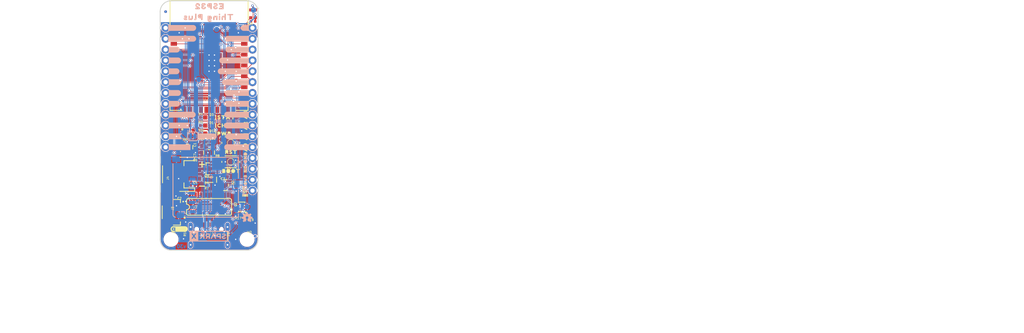
<source format=kicad_pcb>
(kicad_pcb (version 20211014) (generator pcbnew)
  (layers (0 "F.Cu" signal) (31 "B.Cu" signal) (34 "B.Paste" user) (35 "F.Paste" user) (36 "B.SilkS" user "B.Silkscreen") (37 "F.SilkS" user "F.Silkscreen") (38 "B.Mask" user) (39 "F.Mask" user) (44 "Edge.Cuts" user))
  (net 0 "")
  (net 1 "3.3V")
  (net 2 "~{RESET}")
  (net 3 "GND")
  (net 4 "CH340-DTR")
  (net 5 "V_USB")
  (net 6 "D+")
  (net 7 "CH340-RTS")
  (net 8 "CHG")
  (net 9 "N$14")
  (net 10 "V_BATT")
  (net 11 "DTR-10K")
  (net 12 "RTS-10K")
  (net 13 "ESP_0/QPWR")
  (net 14 "CHG_LED")
  (net 15 "ESP_26/TP_A0")
  (net 16 "ESP_25/TP_A1")
  (net 17 "ESP_34/TP_A2")
  (net 18 "ESP_39/TP_A3")
  (net 19 "ESP_36/TP_A4")
  (net 20 "ESP_4/TP_FB")
  (net 21 "ESP_19/TP_CIPO")
  (net 22 "CH340-RX")
  (net 23 "CH340-TX")
  (net 24 "ESP_22/TP_SCL")
  (net 25 "ESP_14/TP_7")
  (net 26 "ESP_32/TP_8")
  (net 27 "ESP_15/TP_9")
  (net 28 "ESP_33/TP_10")
  (net 29 "ESP_27/TP_11")
  (net 30 "ESP_12/TP_12")
  (net 31 "ESP_13/TP_13/LED")
  (net 32 "ESP_16/TP_RX")
  (net 33 "ESP_17/TP_TX")
  (net 34 "N$2")
  (net 35 "ESP_21/TP_SDA")
  (net 36 "VIN")
  (net 37 "D-")
  (net 38 "N$5")
  (net 39 "N$6")
  (net 40 "N$30")
  (net 41 "N$1")
  (net 42 "QWIIC_PWR")
  (net 43 "TP_EN")
  (net 44 "ESP_2/RGB_DI")
  (net 45 "ESP_35/TP_A5")
  (net 46 "ESP_23/TP_COPI")
  (net 47 "ESP_18/TP_SCK")
  (net 48 "ESP_5/SD_CS")
  (net 49 "N$3")
  (footprint "eagleBoard:SO016" (layer "F.Cu") (at 148.5011 124.0536)
    (fp_text reference "U7")
    (fp_text value "CH340C")
  )
  (footprint "eagleBoard:STAND-OFF-TIGHT" (layer "F.Cu") (at 139.6111 131.6736)
    (fp_text reference "H1")
    (fp_text value "STAND-OFFTIGHT")
  )
  (footprint "eagleBoard:0402-TIGHT" (layer "F.Cu") (at 143.4211 131.0386 90)
    (fp_text reference "R10")
    (fp_text value "5.1k")
  )
  (footprint "eagleBoard:DFN-8" (layer "F.Cu") (at 143.4211 105.0036)
    (fp_text reference "U4")
    (fp_text value "MAX17048")
  )
  (footprint "eagleBoard:A03" (layer "F.Cu") (at 157.0101 110.0836 90)
    (fp_text reference "U$68" hide)
    (fp_text value "" hide)
  )
  (footprint "eagleBoard:0402-TIGHT" (layer "F.Cu") (at 154.8511 118.9736 90)
    (fp_text reference "R2")
    (fp_text value "10k")
  )
  (footprint "eagleBoard:TACTILE_SWITCH_SMD_4.6X2.8MM" (layer "F.Cu") (at 153.5811 109.0676 180)
    (fp_text reference "S4")
    (fp_text value "Reset")
  )
  (footprint "eagleBoard:0402-TIGHT" (layer "F.Cu") (at 145.9611 108.8136)
    (fp_text reference "C15")
    (fp_text value "0.1uF")
  )
  (footprint "eagleBoard:VB1" (layer "F.Cu") (at 140.6271 110.0836)
    (fp_text reference "U$73" hide)
    (fp_text value "" hide)
  )
  (footprint "eagleBoard:0402-TIGHT" (layer "F.Cu") (at 145.9611 110.0836 90)
    (fp_text reference "C1")
    (fp_text value "10uF")
  )
  (footprint "eagleBoard:ESP-WROOM-32-NARROW" (layer "F.Cu") (at 148.5011 89.7636 90)
    (fp_text reference "U2")
    (fp_text value "ESP-WROOM-32NARROW")
  )
  (footprint "eagleBoard:0603" (layer "F.Cu") (at 143.4211 107.5436 180)
    (fp_text reference "R6")
    (fp_text value "2.0k")
  )
  (footprint "eagleBoard:NC0" (layer "F.Cu") (at 157.0101 115.1636 90)
    (fp_text reference "U$107" hide)
    (fp_text value "" hide)
  )
  (footprint "eagleBoard:0402-TIGHT" (layer "F.Cu") (at 152.3111 116.9416 180)
    (fp_text reference "C3")
    (fp_text value "1.0uF")
  )
  (footprint "eagleBoard:GND1" (layer "F.Cu") (at 157.0101 112.4966 90)
    (fp_text reference "U$75" hide)
    (fp_text value "" hide)
  )
  (footprint "eagleBoard:SOT23-5" (layer "F.Cu") (at 143.4211 110.0836)
    (fp_text reference "U1")
    (fp_text value "MCP73831")
  )
  (footprint "eagleBoard:130" (layer "F.Cu") (at 140.2461 102.4636)
    (fp_text reference "U$77" hide)
    (fp_text value "" hide)
  )
  (footprint "eagleBoard:0603" (layer "F.Cu") (at 157.3911 127.8636)
    (fp_text reference "C19")
    (fp_text value "4.7uF")
  )
  (footprint "eagleBoard:SOT23-5" (layer "F.Cu") (at 148.5011 111.3536)
    (fp_text reference "U3")
    (fp_text value "AP2112K-3.3")
  )
  (footprint "eagleBoard:CHG1" (layer "F.Cu") (at 151.9301 105.0036)
    (fp_text reference "U$24" hide)
    (fp_text value "" hide)
  )
  (footprint "eagleBoard:FIDUCIAL-MICRO" (layer "F.Cu") (at 138.3411 78.3336)
    (fp_text reference "FD1" hide)
    (fp_text value "FIDUCIALUFIDUCIAL" hide)
  )
  (footprint "eagleBoard:PWR2" (layer "F.Cu") (at 152.0571 106.9086)
    (fp_text reference "U$25" hide)
    (fp_text value "" hide)
  )
  (footprint "eagleBoard:FIDUCIAL-MICRO" (layer "F.Cu") (at 159.2961 130.9116)
    (fp_text reference "FD3" hide)
    (fp_text value "FIDUCIALUFIDUCIAL" hide)
  )
  (footprint "eagleBoard:EN3" (layer "F.Cu") (at 140.5001 107.5436)
    (fp_text reference "U$74" hide)
    (fp_text value "" hide)
  )
  (footprint "eagleBoard:RST0" (layer "F.Cu") (at 153.7081 111.2266)
    (fp_text reference "U$80" hide)
    (fp_text value "" hide)
  )
  (footprint "eagleBoard:STAT0" (layer "F.Cu") (at 152.5651 103.0986)
    (fp_text reference "U$26" hide)
    (fp_text value "" hide)
  )
  (footprint "eagleBoard:0402-TIGHT" (layer "F.Cu") (at 142.1511 121.5136 180)
    (fp_text reference "C2")
    (fp_text value "0.1uF")
  )
  (footprint "eagleBoard:0402-TIGHT" (layer "F.Cu") (at 145.9611 103.0986)
    (fp_text reference "R4")
    (fp_text value "1k")
  )
  (footprint "eagleBoard:0402-TIGHT" (layer "F.Cu") (at 151.0411 111.3536 180)
    (fp_text reference "R8")
    (fp_text value "10k")
  )
  (footprint "eagleBoard:LED-0603" (layer "F.Cu") (at 148.5011 106.9086)
    (fp_text reference "D12")
    (fp_text value "RED")
  )
  (footprint "eagleBoard:0402-TIGHT" (layer "F.Cu") (at 145.9611 105.0036)
    (fp_text reference "R3")
    (fp_text value "1k")
  )
  (footprint "eagleBoard:0402-TIGHT" (layer "F.Cu") (at 145.9611 112.6236 90)
    (fp_text reference "C7")
    (fp_text value "1.0uF")
  )
  (footprint "eagleBoard:WS2812-2020" (layer "F.Cu") (at 158.7881 78.8416 90)
    (fp_text reference "D5" hide)
    (fp_text value "WS2812" hide)
  )
  (footprint "eagleBoard:TACTILE_SWITCH_SMD_4.6X2.8MM" (layer "F.Cu") (at 153.5811 113.5126 180)
    (fp_text reference "S3")
    (fp_text value "Boot")
  )
  (footprint "eagleBoard:CREATIVE_COMMONS" (layer "F.Cu") (at 119.9261 153.2636)
    (fp_text reference "FRAME1" hide)
    (fp_text value "FRAME-LEDGER" hide)
  )
  (footprint "eagleBoard:0402-TIGHT" (layer "F.Cu") (at 144.6911 118.9736)
    (fp_text reference "C4")
    (fp_text value "0.1uF")
  )
  (footprint "eagleBoard:JST-2-SMD" (layer "F.Cu") (at 140.6271 116.4336 90)
    (fp_text reference "J4")
    (fp_text value "")
  )
  (footprint "eagleBoard:0402-TIGHT" (layer "F.Cu") (at 156.1211 125.9586 180)
    (fp_text reference "R17")
    (fp_text value "10k")
  )
  (footprint "eagleBoard:0402-TIGHT" (layer "F.Cu") (at 153.5811 131.0386 90)
    (fp_text reference "R9")
    (fp_text value "5.1k")
  )
  (footprint "eagleBoard:A30" (layer "F.Cu") (at 157.0101 102.4636 90)
    (fp_text reference "U$71" hide)
    (fp_text value "" hide)
  )
  (footprint "eagleBoard:SOT23-5" (layer "F.Cu") (at 152.3111 118.9736 -90)
    (fp_text reference "U5")
    (fp_text value "AP2112K-3.3")
  )
  (footprint "eagleBoard:A21" (layer "F.Cu") (at 157.0101 105.0036 90)
    (fp_text reference "U$70" hide)
    (fp_text value "" hide)
  )
  (footprint "eagleBoard:0402-TIGHT" (layer "F.Cu") (at 148.5011 118.9736 180)
    (fp_text reference "R7")
    (fp_text value "10k")
  )
  (footprint "eagleBoard:LED-0603" (layer "F.Cu") (at 148.5011 105.0036)
    (fp_text reference "D1")
    (fp_text value "Yellow")
  )
  (footprint "eagleBoard:3V30" (layer "F.Cu") (at 157.0101 117.7036 90)
    (fp_text reference "U$23" hide)
    (fp_text value "" hide)
  )
  (footprint "eagleBoard:0402-TIGHT" (layer "F.Cu") (at 148.5011 108.8136)
    (fp_text reference "C10")
    (fp_text value "1.0uF")
  )
  (footprint "eagleBoard:0402-TIGHT" (layer "F.Cu") (at 145.9611 106.9086)
    (fp_text reference "R34")
    (fp_text value "1k")
  )
  (footprint "eagleBoard:JST04_1MM_RA" (layer "F.Cu") (at 142.1511 125.3236 -90)
    (fp_text reference "J3")
    (fp_text value "QWIIC_RIGHT_ANGLE")
  )
  (footprint "eagleBoard:0402-TIGHT" (layer "F.Cu") (at 156.1211 122.1486)
    (fp_text reference "R18")
    (fp_text value "10k")
  )
  (footprint "eagleBoard:QWIIC_4MM" (layer "F.Cu") (at 141.5161 129.2606)
    (fp_text reference "LOGO4" hide)
    (fp_text value "QWIIC_LOGO_4MM" hide)
  )
  (footprint "eagleBoard:BOOT0" (layer "F.Cu") (at 153.7081 115.6716)
    (fp_text reference "U$78" hide)
    (fp_text value "" hide)
  )
  (footprint "eagleBoard:ORDERING_INSTRUCTIONS" (layer "F.Cu") (at 237.4011 80.8736)
    (fp_text reference "U$59" hide)
    (fp_text value "" hide)
  )
  (footprint "eagleBoard:THINGPLUS_FOOTPRINT" (layer "F.Cu") (at 148.5011 98.6536)
    (fp_text reference "U6" hide)
    (fp_text value "THINGPLUS_LOGICAL" hide)
  )
  (footprint "eagleBoard:SOT23-3" (layer "F.Cu") (at 148.5011 115.1636 90)
    (fp_text reference "Q3")
    (fp_text value "20V/4.2A/52mΩ/1.4W")
  )
  (footprint "eagleBoard:STAND-OFF-TIGHT" (layer "F.Cu") (at 157.3911 131.6736)
    (fp_text reference "H2")
    (fp_text value "STAND-OFFTIGHT")
  )
  (footprint "eagleBoard:0402-TIGHT" (layer "F.Cu") (at 144.6911 113.8936)
    (fp_text reference "C6")
    (fp_text value "4.7uF")
  )
  (footprint "eagleBoard:USB-C-16P-2LAYER-PADS" (layer "F.Cu") (at 148.5011 127.8636)
    (fp_text reference "J1")
    (fp_text value "" hide)
  )
  (footprint "eagleBoard:SC70-6" (layer "F.Cu") (at 156.1211 124.0536 90)
    (fp_text reference "Q2")
    (fp_text value "MBT3904DW1T1")
  )
  (footprint "eagleBoard:LED-0603" (layer "F.Cu") (at 148.5011 103.0986)
    (fp_text reference "D3")
    (fp_text value "BLUE")
  )
  (footprint "eagleBoard:0402-TIGHT" (layer "F.Cu") (at 158.7881 80.6196 180)
    (fp_text reference "C5")
    (fp_text value "0.1uF")
  )
  (footprint "eagleBoard:SOD-323" (layer "F.Cu") (at 148.5011 117.7036 180)
    (fp_text reference "D4")
    (fp_text value "3A/10V/280mV")
  )
  (footprint "eagleBoard:A12" (layer "F.Cu") (at 157.0101 107.5436 90)
    (fp_text reference "U$69" hide)
    (fp_text value "" hide)
  )
  (footprint "eagleBoard:VU0" (layer "F.Cu") (at 140.6271 105.0036)
    (fp_text reference "U$76" hide)
    (fp_text value "" hide)
  )
  (footprint "eagleBoard:#RST#0" (layer "F.Cu") (at 156.8831 120.3706 90)
    (fp_text reference "U$79" hide)
    (fp_text value "" hide)
  )
  (footprint "eagleBoard:#35#A5#0" (layer "B.Cu") (at 158.1531 97.3836 180)
    (fp_text reference "U$84" hide)
    (fp_text value "" hide)
  )
  (footprint "eagleBoard:SPARKX-MEDIUM" (layer "B.Cu") (at 148.5011 130.9116 180)
    (fp_text reference "U$1" hide)
    (fp_text value "SPARKX-LOGO4" hide)
  )
  (footprint "eagleBoard:#14#9" (layer "B.Cu") (at 138.7221 87.2236 180)
    (fp_text reference "U$91" hide)
    (fp_text value "" hide)
  )
  (footprint "eagleBoard:FIDUCIAL-MICRO" (layer "B.Cu") (at 138.3411 78.3336 180)
    (fp_text reference "FD2" hide)
    (fp_text value "FIDUCIALUFIDUCIAL" hide)
  )
  (footprint "eagleBoard:3V30" (layer "B.Cu") (at 157.0101 117.8306 -90)
    (fp_text reference "U$108" hide)
    (fp_text value "" hide)
  )
  (footprint "eagleBoard:#EN#1" (layer "B.Cu") (at 138.7221 107.5436 180)
    (fp_text reference "U$96" hide)
    (fp_text value "" hide)
  )
  (footprint "eagleBoard:#34#A2#1" (layer "B.Cu") (at 158.1531 105.0036 180)
    (fp_text reference "U$88" hide)
    (fp_text value "" hide)
  )
  (footprint "eagleBoard:#23#COPI#0" (layer "B.Cu") (at 158.1531 92.3036 180)
    (fp_text reference "U$62" hide)
    (fp_text value "" hide)
  )
  (footprint "eagleBoard:#15#7" (layer "B.Cu") (at 138.7221 92.3036 180)
    (fp_text reference "U$92" hide)
    (fp_text value "" hide)
  )
  (footprint "eagleBoard:#19#CIPO#0" (layer "B.Cu") (at 158.1531 89.7636 180)
    (fp_text reference "U$82" hide)
    (fp_text value "" hide)
  )
  (footprint "eagleBoard:#VUSB#2" (layer "B.Cu") (at 138.7221 105.0036 180)
    (fp_text reference "U$98" hide)
    (fp_text value "" hide)
  )
  (footprint "eagleBoard:ESP320" (layer "B.Cu") (at 148.5011 77.0636 180)
    (fp_text reference "U$103" hide)
    (fp_text value "" hide)
  )
  (footprint "eagleBoard:PAD.03X.05" (layer "B.Cu") (at 158.9151 77.9526 180)
    (fp_text reference "TP2" hide)
    (fp_text value "" hide)
  )
  (footprint "eagleBoard:#RST#0" (layer "B.Cu") (at 156.8831 120.3706 -90)
    (fp_text reference "U$109" hide)
    (fp_text value "" hide)
  )
  (footprint "eagleBoard:#39#A3#0" (layer "B.Cu") (at 158.1531 102.4636 180)
    (fp_text reference "U$89" hide)
    (fp_text value "" hide)
  )
  (footprint "eagleBoard:#4#0" (layer "B.Cu") (at 158.1531 82.1436 180)
    (fp_text reference "U$57" hide)
    (fp_text value "" hide)
  )
  (footprint "eagleBoard:#VBAT#0" (layer "B.Cu") (at 138.7221 110.0836 180)
    (fp_text reference "U$97" hide)
    (fp_text value "" hide)
  )
  (footprint "eagleBoard:#27#5" (layer "B.Cu") (at 138.7221 97.3836 180)
    (fp_text reference "U$93" hide)
    (fp_text value "" hide)
  )
  (footprint "eagleBoard:NC0" (layer "B.Cu") (at 157.0101 115.2906 -90)
    (fp_text reference "U$106" hide)
    (fp_text value "" hide)
  )
  (footprint "eagleBoard:THING1" (layer "B.Cu") (at 151.0411 79.6036 180)
    (fp_text reference "U$104" hide)
    (fp_text value "" hide)
  )
  (footprint "eagleBoard:#32#8" (layer "B.Cu") (at 138.7221 89.7636 180)
    (fp_text reference "U$94" hide)
    (fp_text value "" hide)
  )
  (footprint "eagleBoard:#PWR#0" (layer "B.Cu") (at 145.5801 107.5436 180)
    (fp_text reference "U$102" hide)
    (fp_text value "" hide)
  )
  (footprint "eagleBoard:PAD.03X.05" (layer "B.Cu") (at 157.3911 124.0536 180)
    (fp_text reference "TP1" hide)
    (fp_text value "" hide)
  )
  (footprint "eagleBoard:OSHW-LOGO-MINI" (layer "B.Cu") (at 157.3911 126.5936 180)
    (fp_text reference "LOGO2" hide)
    (fp_text value "OSHW-LOGOMINI" hide)
  )
  (footprint "eagleBoard:MICRO-SD-SOCKET" (layer "B.Cu") (at 155.3591 126.4666 -90)
    (fp_text reference "J6")
    (fp_text value "microSD")
  )
  (footprint "eagleBoard:FIDUCIAL-MICRO" (layer "B.Cu") (at 159.2961 130.9116 180)
    (fp_text reference "FD4" hide)
    (fp_text value "FIDUCIALUFIDUCIAL" hide)
  )
  (footprint "eagleBoard:#18#SCK#0" (layer "B.Cu") (at 158.1531 94.8436 180)
    (fp_text reference "U$83" hide)
    (fp_text value "" hide)
  )
  (footprint "eagleBoard:#16#RX#0" (layer "B.Cu") (at 158.1531 87.2236 180)
    (fp_text reference "U$81" hide)
    (fp_text value "" hide)
  )
  (footprint "eagleBoard:PAD.03X.05" (layer "B.Cu") (at 150.2791 82.5246 180)
    (fp_text reference "TP3" hide)
    (fp_text value "" hide)
  )
  (footprint "eagleBoard:#26#A0#3" (layer "B.Cu") (at 158.1531 110.0836 180)
    (fp_text reference "U$87" hide)
    (fp_text value "" hide)
  )
  (footprint "eagleBoard:#33#6" (layer "B.Cu") (at 138.7221 94.8436 180)
    (fp_text reference "U$95" hide)
    (fp_text value "" hide)
  )
  (footprint "eagleBoard:PLUS2" (layer "B.Cu") (at 144.6911 79.6036 180)
    (fp_text reference "U$105" hide)
    (fp_text value "" hide)
  )
  (footprint "eagleBoard:SMT-JUMPER_2_NC_TRACE_SILK" (layer "B.Cu") (at 144.6911 107.5436 180)
    (fp_text reference "JP1")
    (fp_text value "")
  )
  (footprint "eagleBoard:#36#A4#0" (layer "B.Cu") (at 158.1531 99.9236 180)
    (fp_text reference "U$85" hide)
    (fp_text value "" hide)
  )
  (footprint "eagleBoard:PAD.03X.05" (layer "B.Cu") (at 146.0881 94.2086 180)
    (fp_text reference "TP4" hide)
    (fp_text value "" hide)
  )
  (footprint "eagleBoard:#17#TX#0" (layer "B.Cu") (at 158.1531 84.6836 180)
    (fp_text reference "U$72" hide)
    (fp_text value "" hide)
  )
  (footprint "eagleBoard:#25#A1#2" (layer "B.Cu") (at 158.1531 107.5436 180)
    (fp_text reference "U$86" hide)
    (fp_text value "" hide)
  )
  (footprint "eagleBoard:#22#SCL#0" (layer "B.Cu") (at 138.5951 84.6836 180)
    (fp_text reference "U$101" hide)
    (fp_text value "" hide)
  )
  (footprint "eagleBoard:GND1" (layer "B.Cu") (at 157.0101 112.6236 -90)
    (fp_text reference "U$56" hide)
    (fp_text value "" hide)
  )
  (footprint "eagleBoard:#13#LED#0" (layer "B.Cu") (at 138.7221 102.4636 180)
    (fp_text reference "U$99" hide)
    (fp_text value "" hide)
  )
  (footprint "eagleBoard:#12#4" (layer "B.Cu") (at 138.7221 99.9236 180)
    (fp_text reference "U$90" hide)
    (fp_text value "" hide)
  )
  (footprint "eagleBoard:#21#SDA#1" (layer "B.Cu") (at 138.5951 82.1436 180)
    (fp_text reference "U$100" hide)
    (fp_text value "" hide)
  )
  (gr_line (start 139.6111 134.2136) (end 157.3911 134.2136) (layer "Edge.Cuts") (width 0.2032))
  (gr_arc (start 157.3911 75.7936) (mid 159.187151 76.537549) (end 159.9311 78.3336) (layer "Edge.Cuts") (width 0.2032))
  (gr_line (start 159.9311 131.6736) (end 159.9311 78.3336) (layer "Edge.Cuts") (width 0.2032))
  (gr_arc (start 139.6111 134.2136) (mid 137.815049 133.469651) (end 137.0711 131.6736) (layer "Edge.Cuts") (width 0.2032))
  (gr_arc (start 137.0711 78.3336) (mid 137.815049 76.537549) (end 139.6111 75.7936) (layer "Edge.Cuts") (width 0.2032))
  (gr_line (start 157.3911 75.7936) (end 139.6111 75.7936) (layer "Edge.Cuts") (width 0.2032))
  (gr_line (start 137.0711 78.3336) (end 137.0711 131.6736) (layer "Edge.Cuts") (width 0.2032))
  (gr_arc (start 159.9311 131.6736) (mid 159.187151 133.469651) (end 157.3911 134.2136) (layer "Edge.Cuts") (width 0.2032))
  (gr_text "v30" (at 142.0241 133.3246) (layer "B.Cu") (effects (font (size 0.8128 0.8128) (thickness 0.2032)) (justify mirror)))
  (gr_text "+" (at 146.8501 114.0206) (layer "F.SilkS") (effects (font (size 1.5113 1.5113) (thickness 0.2667))))
  (gr_text "-" (at 146.8501 119.1006) (layer "F.SilkS") (effects (font (size 1.5113 1.5113) (thickness 0.2667))))
  (segment (start 148.5011 110.0836) (end 147.6781 110.0836) (width 0.3048) (layer "F.Cu") (net 1))
  (segment (start 143.2941 120.8786) (end 143.2941 121.5136) (width 0.3048) (layer "F.Cu") (net 1))
  (segment (start 158.6611 117.7036) (end 154.8511 117.7036) (width 0.3048) (layer "F.Cu") (net 1))
  (segment (start 159.2961 78.9686) (end 159.3381 79.0106) (width 0.3048) (layer "F.Cu") (net 1))
  (segment (start 147.3581 110.5916) (end 147.5511 110.3986) (width 0.3048) (layer "F.Cu") (net 1))
  (segment (start 144.6784 122.8979) (end 148.7551 122.8979) (width 0.3048) (layer "F.Cu") (net 1))
  (segment (start 144.122468 84.2137) (end 144.033568 84.1248) (width 0.3048) (layer "F.Cu") (net 1))
  (segment (start 145.9611 110.5836) (end 147.3501 110.5836) (width 0.3048) (layer "F.Cu") (net 1))
  (segment (start 143.5481 118.9736) (end 143.2941 119.2276) (width 0.3048) (layer "F.Cu") (net 1))
  (segment (start 144.0561 121.5136) (end 144.0561 122.2756) (width 0.3048) (layer "F.Cu") (net 1))
  (segment (start 141.3421 84.6036) (end 140.2631 84.6036) (width 0.3048) (layer "F.Cu") (net 1))
  (segment (start 147.8661 125.8316) (end 147.9931 125.7046) (width 0.3048) (layer "F.Cu") (net 1))
  (segment (start 148.0011 108.8136) (end 147.5511 109.2636) (width 0.3048) (layer "F.Cu") (net 1))
  (segment (start 143.2941 121.5136) (end 144.0561 121.5136) (width 0.3048) (layer "F.Cu") (net 1))
  (segment (start 147.8661 126.8536) (end 147.8661 125.8316) (width 0.3048) (layer "F.Cu") (net 1))
  (segment (start 150.847731 81.1657) (end 155.2321 81.1657) (width 0.3048) (layer "F.Cu") (net 1))
  (segment (start 143.2941 119.2276) (end 143.2941 120.8786) (width 0.3048) (layer "F.Cu") (net 1))
  (segment (start 159.3381 79.7566) (end 159.3381 80.5696) (width 0.3048) (layer "F.Cu") (net 1))
  (segment (start 142.6511 121.5136) (end 143.2941 121.5136) (width 0.3048) (layer "F.Cu") (net 1))
  (segment (start 154.5971 115.9256) (end 151.1681 115.9256) (width 0.3048) (layer "F.Cu") (net 1))
  (segment (start 147.5511 109.9566) (end 147.5511 110.0535) (width 0.3048) (layer "F.Cu") (net 1))
  (segment (start 150.631831 81.3816) (end 150.847731 81.1657) (width 0.3048) (layer "F.Cu") (net 1))
  (segment (start 144.0561 122.2756) (end 144.6784 122.8979) (width 0.3048) (layer "F.Cu") (net 1))
  (segment (start 154.8511 116.1796) (end 154.5971 115.9256) (width 0.3048) (layer "F.Cu") (net 1))
  (segment (start 154.8511 118.4736) (end 154.8511 117.7036) (width 0.3048) (layer "F.Cu") (net 1))
  (segment (start 159.3381 80.5696) (end 159.2881 80.6196) (width 0.3048) (layer "F.Cu") (net 1))
  (segment (start 146.9771 81.3816) (end 150.631831 81.3816) (width 0.3048) (layer "F.Cu") (net 1))
  (segment (start 147.6781 110.0836) (end 147.5511 109.9566) (width 0.3048) (layer "F.Cu") (net 1))
  (segment (start 146.9771 84.2137) (end 144.122468 84.2137) (width 0.3048) (layer "F.Cu") (net 1))
  (segment (start 144.033568 84.1248) (end 141.8209 84.1248) (width 0.3048) (layer "F.Cu") (net 1))
  (segment (start 143.9291 98.0186) (end 148.5011 98.0186) (width 0.3048) (layer "F.Cu") (net 1))
  (segment (start 147.3501 110.5836) (end 147.3581 110.5916) (width 0.3048) (layer "F.Cu") (net 1))
  (segment (start 144.1911 118.9736) (end 143.5481 118.9736) (width 0.3048) (layer "F.Cu") (net 1))
  (segment (start 154.8511 117.7036) (end 154.8511 116.1796) (width 0.3048) (layer "F.Cu") (net 1))
  (segment (start 159.3381 79.0106) (end 159.3381 79.7566) (width 0.3048) (layer "F.Cu") (net 1))
  (segment (start 141.8209 84.1248) (end 141.3421 84.6036) (width 0.3048) (layer "F.Cu") (net 1))
  (segment (start 147.5511 110.3986) (end 147.5511 110.0535) (width 0.3048) (layer "F.Cu") (net 1))
  (segment (start 144.0561 121.2536) (end 144.0561 121.5136) (width 0.3048) (layer "F.Cu") (net 1))
  (segment (start 147.5511 109.2636) (end 147.5511 109.9566) (width 0.3048) (layer "F.Cu") (net 1))
  (via (at 143.9291 98.0186) (size 0.5588) (drill 0.3048) (layers "F.Cu" "B.Cu") (net 1))
  (via (at 148.5011 110.0836) (size 0.5588) (drill 0.3048) (layers "F.Cu" "B.Cu") (net 1))
  (via (at 146.9771 84.2137) (size 0.5588) (drill 0.3048) (layers "F.Cu" "B.Cu") (net 1))
  (via (at 146.9771 81.3816) (size 0.5588) (drill 0.3048) (layers "F.Cu" "B.Cu") (net 1))
  (via (at 155.2321 81.1657) (size 0.5588) (drill 0.3048) (layers "F.Cu" "B.Cu") (net 1))
  (via (at 143.2941 120.8786) (size 0.5588) (drill 0.3048) (layers "F.Cu" "B.Cu") (net 1))
  (via (at 148.7551 122.8979) (size 0.5588) (drill 0.3048) (layers "F.Cu" "B.Cu") (net 1))
  (via (at 159.2961 78.9686) (size 0.5588) (drill 0.3048) (layers "F.Cu" "B.Cu") (net 1))
  (via (at 147.9931 125.7046) (size 0.5588) (drill 0.3048) (layers "F.Cu" "B.Cu") (net 1))
  (via (at 151.1681 115.9256) (size 0.5588) (drill 0.3048) (layers "F.Cu" "B.Cu") (net 1))
  (via (at 148.5011 98.0186) (size 0.5588) (drill 0.3048) (layers "F.Cu" "B.Cu") (net 1))
  (segment (start 144.4591 120.8266) (end 143.3461 120.8266) (width 0.3048) (layer "B.Cu") (net 1))
  (segment (start 148.8059 111.122132) (end 148.8059 111.585069) (width 0.3048) (layer "B.Cu") (net 1))
  (segment (start 148.5011 94.5896) (end 146.812 92.9005) (width 0.3048) (layer "B.Cu") (net 1))
  (segment (start 148.5011 110.0836) (end 148.5011 110.817332) (width 0.3048) (layer "B.Cu") (net 1))
  (segment (start 157.734 81.1657) (end 159.2961 79.6036) (width 0.3048) (layer "B.Cu") (net 1))
  (segment (start 159.2961 79.6036) (end 159.2961 78.9686) (width 0.3048) (layer "B.Cu") (net 1))
  (segment (start 148.5011 98.0186) (end 148.5011 94.5896) (width 0.3048) (layer "B.Cu") (net 1))
  (segment (start 144.1704 104.396238) (end 143.9672 104.193038) (width 0.3048) (layer "B.Cu") (net 1))
  (segment (start 143.3461 120.8266) (end 143.2941 120.8786) (width 0.3048) (layer "B.Cu") (net 1))
  (segment (start 148.5011 110.0836) (end 148.5011 98.0186) (width 0.3048) (layer "B.Cu") (net 1))
  (segment (start 148.8059 111.585069) (end 148.7551 111.635869) (width 0.3048) (layer "B.Cu") (net 1))
  (segment (start 143.9672 104.193038) (end 143.9672 98.0567) (width 0.3048) (layer "B.Cu") (net 1))
  (segment (start 146.812 84.5947) (end 146.9771 84.4296) (width 0.3048) (layer "B.Cu") (net 1))
  (segment (start 148.7551 111.635869) (end 148.7551 115.9256) (width 0.3048) (layer "B.Cu") (net 1))
  (segment (start 146.9771 84.4296) (end 146.9771 84.2137) (width 0.3048) (layer "B.Cu") (net 1))
  (segment (start 146.812 92.9005) (end 146.812 84.5947) (width 0.3048) (layer "B.Cu") (net 1))
  (segment (start 155.2321 81.1657) (end 157.734 81.1657) (width 0.3048) (layer "B.Cu") (net 1))
  (segment (start 148.5011 110.817332) (end 148.8059 111.122132) (width 0.3048) (layer "B.Cu") (net 1))
  (segment (start 146.9771 81.3816) (end 146.9771 84.2137) (width 0.3048) (layer "B.Cu") (net 1))
  (segment (start 151.1681 115.9256) (end 148.7551 115.9256) (width 0.3048) (layer "B.Cu") (net 1))
  (segment (start 148.7551 124.9426) (end 148.7551 122.8979) (width 0.3048) (layer "B.Cu") (net 1))
  (segment (start 143.9672 98.0567) (end 143.9291 98.0186) (width 0.3048) (layer "B.Cu") (net 1))
  (segment (start 147.9931 125.7046) (end 148.7551 124.9426) (width 0.3048) (layer "B.Cu") (net 1))
  (segment (start 144.1704 107.5436) (end 144.1704 104.396238) (width 0.3048) (layer "B.Cu") (net 1))
  (segment (start 148.7551 115.9256) (end 148.7551 122.8979) (width 0.3048) (layer "B.Cu") (net 1))
  (segment (start 157.0411 123.4036) (end 157.7871 123.4036) (width 0.127) (layer "F.Cu") (net 2))
  (segment (start 156.5021 109.8296) (end 156.4641 109.8676) (width 0.127) (layer "F.Cu") (net 2))
  (segment (start 158.6611 122.5296) (end 158.6611 120.2436) (width 0.127) (layer "F.Cu") (net 2))
  (segment (start 150.5331 109.8296) (end 151.4931 109.8296) (width 0.127) (layer "F.Cu") (net 2))
  (segment (start 157.7871 123.4036) (end 158.6611 122.5296) (width 0.127) (layer "F.Cu") (net 2))
  (segment (start 140.2631 85.8736) (end 151.2151 85.8736) (width 0.127) (layer "F.Cu") (net 2))
  (segment (start 155.6211 120.2436) (end 154.8511 119.4736) (width 0.127) (layer "F.Cu") (net 2))
  (segment (start 151.2151 85.8736) (end 151.2951 85.9536) (width 0.127) (layer "F.Cu") (net 2))
  (segment (start 151.4931 109.8296) (end 151.5311 109.8676) (width 0.127) (layer "F.Cu") (net 2))
  (segment (start 158.6611 120.2436) (end 156.1211 120.2436) (width 0.127) (layer "F.Cu") (net 2))
  (segment (start 156.4641 109.8676) (end 155.6311 109.8676) (width 0.127) (layer "F.Cu") (net 2))
  (segment (start 156.1211 120.2436) (end 155.6211 120.2436) (width 0.127) (layer "F.Cu") (net 2))
  (segment (start 155.6311 109.8676) (end 151.5311 109.8676) (width 0.127) (layer "F.Cu") (net 2))
  (via (at 156.5021 109.8296) (size 0.5588) (drill 0.3048) (layers "F.Cu" "B.Cu") (net 2))
  (via (at 151.2951 85.9536) (size 0.5588) (drill 0.3048) (layers "F.Cu" "B.Cu") (net 2))
  (via (at 156.1211 120.2436) (size 0.5588) (drill 0.3048) (layers "F.Cu" "B.Cu") (net 2))
  (via (at 150.5331 109.8296) (size 0.5588) (drill 0.3048) (layers "F.Cu" "B.Cu") (net 2))
  (segment (start 156.1211 110.2106) (end 156.5021 109.8296) (width 0.127) (layer "B.Cu") (net 2))
  (segment (start 151.0792 109.2835) (end 150.5331 109.8296) (width 0.127) (layer "B.Cu") (net 2))
  (segment (start 151.2951 98.137844) (end 151.0792 98.353744) (width 0.127) (layer "B.Cu") (net 2))
  (segment (start 151.2951 85.9536) (end 151.2951 98.137844) (width 0.127) (layer "B.Cu") (net 2))
  (segment (start 156.1211 120.2436) (end 156.1211 110.2106) (width 0.127) (layer "B.Cu") (net 2))
  (segment (start 151.0792 98.353744) (end 151.0792 109.2835) (width 0.127) (layer "B.Cu") (net 2))
  (segment (start 152.3111 127.6186) (end 151.7261 128.2036) (width 0.3048) (layer "F.Cu") (net 3))
  (segment (start 145.2761 128.2036) (end 145.2761 128.5486) (width 0.3048) (layer "F.Cu") (net 3))
  (segment (start 144.1711 105.9936) (end 144.1711 105.3726) (width 0.127) (layer "F.Cu") (net 3))
  (segment (start 158.7881 78.4766) (end 158.7881 80.176007) (width 0.127) (layer "F.Cu") (net 3))
  (segment (start 151.7261 128.2036) (end 151.9301 128.4076) (width 0.3048) (layer "F.Cu") (net 3))
  (segment (start 145.9611 109.5836) (end 145.9611 109.4406) (width 0.3048) (layer "F.Cu") (net 3))
  (segment (start 157.6451 81.3816) (end 157.6451 81.2626) (width 0.127) (layer "F.Cu") (net 3))
  (segment (start 143.6711 104.0136) (end 143.6711 104.7536) (width 0.127) (layer "F.Cu") (net 3))
  (segment (start 152.3111 125.7046) (end 152.3111 127.6186) (width 0.3048) (layer "F.Cu") (net 3))
  (segment (start 158.7881 80.176007) (end 158.667006 80.2971) (width 0.127) (layer "F.Cu") (net 3))
  (segment (start 146.4611 108.9406) (end 145.9611 109.4406) (width 0.3048) (layer "F.Cu") (net 3))
  (segment (start 152.0571 129.8956) (end 151.893896 129.732397) (width 0.3048) (layer "F.Cu") (net 3))
  (segment (start 145.9611 109.5836) (end 145.3261 110.2186) (width 0.3048) (layer "F.Cu") (net 3))
  (segment (start 145.2761 128.2036) (end 144.6911 127.6186) (width 0.3048) (layer "F.Cu") (net 3))
  (segment (start 158.6106 80.2971) (end 158.2881 80.6196) (width 0.127) (layer "F.Cu") (net 3))
  (segment (start 143.8021 105.0036) (end 143.4211 105.0036) (width 0.127) (layer "F.Cu") (net 3))
  (segment (start 158.2881 80.6196) (end 157.6451 81.2626) (width 0.127) (layer "F.Cu") (net 3))
  (segment (start 151.9301 128.4076) (end 151.9301 128.921007) (width 0.3048) (layer "F.Cu") (net 3))
  (segment (start 144.6911 127.4826) (end 144.0621 126.8536) (width 0.3048) (layer "F.Cu") (net 3))
  (segment (start 144.0621 126.8536) (end 144.0561 126.8536) (width 0.3048) (layer "F.Cu") (net 3))
  (segment (start 146.4611 108.9406) (end 146.4611 108.8136) (width 0.3048) (layer "F.Cu") (net 3))
  (segment (start 143.6711 104.7536) (end 143.4211 105.0036) (width 0.127) (layer "F.Cu") (net 3))
  (segment (start 156.7391 82.1686) (end 156.7391 83.3336) (width 0.127) (layer "F.Cu") (net 3))
  (segment (start 158.2381 77.9266) (end 158.7881 78.4766) (width 0.127) (layer "F.Cu") (net 3))
  (segment (start 145.3261 110.2186) (end 145.3261 111.3536) (width 0.3048) (layer "F.Cu") (net 3))
  (segment (start 158.667006 80.2971) (end 158.6106 80.2971) (width 0.127) (layer "F.Cu") (net 3))
  (segment (start 157.6451 81.2626) (end 156.7391 82.1686) (width 0.127) (layer "F.Cu") (net 3))
  (segment (start 144.1711 105.3726) (end 143.8021 105.0036) (width 0.127) (layer "F.Cu") (net 3))
  (segment (start 144.6911 127.6186) (end 144.6911 127.4826) (width 0.3048) (layer "F.Cu") (net 3))
  (segment (start 145.2761 128.5486) (end 144.9675 128.8572) (width 0.3048) (layer "F.Cu") (net 3))
  (via (at 154.7241 113.1316) (size 0.5588) (drill 0.3048) (layers "F.Cu" "B.Cu") (net 3))
  (via (at 154.8511 120.3706) (size 0.5588) (drill 0.3048) (layers "F.Cu" "B.Cu") (net 3))
  (via (at 154.7241 131.6736) (size 0.5588) (drill 0.3048) (layers "F.Cu" "B.Cu") (net 3))
  (via (at 149.7711 92.3036) (size 0.5588) (drill 0.3048) (layers "F.Cu" "B.Cu") (net 3))
  (via (at 141.3891 117.4496) (size 0.5588) (drill 0.3048) (layers "F.Cu" "B.Cu") (net 3))
  (via (at 151.0411 116.9416) (size 0.5588) (drill 0.3048) (layers "F.Cu" "B.Cu") (net 3))
  (via (at 143.0401 127.6096) (size 0.5588) (drill 0.3048) (layers "F.Cu" "B.Cu") (net 3))
  (via (at 141.5161 83.2866) (size 0.5588) (drill 0.3048) (layers "F.Cu" "B.Cu") (net 3))
  (via (at 148.5011 91.0336) (size 0.5588) (drill 0.3048) (layers "F.Cu" "B.Cu") (net 3))
  (via (at 152.3111 113.5126) (size 0.5588) (drill 0.3048) (layers "F.Cu" "B.Cu") (net 3))
  (via (at 155.3591 83.2866) (size 0.5588) (drill 0.3048) (layers "F.Cu" "B.Cu") (net 3))
  (via (at 141.8971 101.1936) (size 0.5588) (drill 0.3048) (layers "F.Cu" "B.Cu") (net 3))
  (via (at 148.5011 88.4936) (size 0.5588) (drill 0.3048) (layers "F.Cu" "B.Cu") (net 3))
  (via (at 149.3901 107.9246) (size 0.5588) (drill 0.3048) (layers "F.Cu" "B.Cu") (net 3))
  (via (at 143.4211 105.0036) (size 0.5588) (drill 0.3048) (layers "F.Cu" "B.Cu") (net 3))
  (via (at 151.9301 103.0986) (size 0.5588) (drill 0.3048) (layers "F.Cu" "B.Cu") (net 3))
  (via (at 140.8811 123.7996) (size 0.5588) (drill 0.3048) (layers "F.Cu" "B.Cu") (net 3))
  (via (at 156.1211 106.2736) (size 0.5588) (drill 0.3048) (layers "F.Cu" "B.Cu") (net 3))
  (via (at 152.3111 125.7046) (size 0.5588) (drill 0.3048) (layers "F.Cu" "B.Cu") (net 3))
  (via (at 159.2961 127.8636) (size 0.5588) (drill 0.3048) (layers "F.Cu" "B.Cu") (net 3))
  (via (at 149.7711 89.7636) (size 0.5588) (drill 0.3048) (layers "F.Cu" "B.Cu") (net 3))
  (via (at 145.3261 111.3536) (size 0.5588) (drill 0.3048) (layers "F.Cu" "B.Cu") (net 3))
  (via (at 154.7241 126.2126) (size 0.5588) (drill 0.3048) (layers "F.Cu" "B.Cu") (net 3))
  (via (at 148.5011 92.3036) (size 0.5588) (drill 0.3048) (layers "F.Cu" "B.Cu") (net 3))
  (via (at 148.2471 111.3536) (size 0.5588) (drill 0.3048) (layers "F.Cu" "B.Cu") (net 3))
  (via (at 144.9451 130.0226) (size 0.5588) (drill 0.3048) (layers "F.Cu" "B.Cu") (net 3))
  (via (at 143.0401 122.7836) (size 0.5588) (drill 0.3048) (layers "F.Cu" "B.Cu") (net 3))
  (via (at 148.5011 89.7636) (size 0.5588) (drill 0.3048) (layers "F.Cu" "B.Cu") (net 3))
  (via (at 149.7711 88.4936) (size 0.5588) (drill 0.3048) (layers "F.Cu" "B.Cu") (net 3))
  (via (at 140.7541 121.5136) (size 0.5588) (drill 0.3048) (layers "F.Cu" "B.Cu") (net 3))
  (via (at 152.0571 129.8956) (size 0.5588) (drill 0.3048) (layers "F.Cu" "B.Cu") (net 3))
  (via (at 142.5321 131.5466) (size 0.5588) (drill 0.3048) (layers "F.Cu" "B.Cu") (net 3))
  (via (at 149.8981 118.9736) (size 0.5588) (drill 0.3048) (layers "F.Cu" "B.Cu") (net 3))
  (via (at 143.4211 112.4966) (size 0.5588) (drill 0.3048) (layers "F.Cu" "B.Cu") (net 3))
  (via (at 149.7711 91.0336) (size 0.5588) (drill 0.3048) (layers "F.Cu" "B.Cu") (net 3))
  (segment (start 156.6291 125.9666) (end 156.6211 125.9586) (width 0.127) (layer "F.Cu") (net 4))
  (segment (start 156.6211 125.8856) (end 156.6211 125.9586) (width 0.127) (layer "F.Cu") (net 4))
  (segment (start 157.0411 124.7036) (end 157.0411 125.4656) (width 0.127) (layer "F.Cu") (net 4))
  (segment (start 153.9276 120.4631) (end 154.0891 120.6246) (width 0.127) (layer "F.Cu") (net 4))
  (segment (start 154.0891 126.8476) (end 156.5021 126.8476) (width 0.127) (layer "F.Cu") (net 4))
  (segment (start 157.0411 125.4656) (end 156.6211 125.8856) (width 0.127) (layer "F.Cu") (net 4))
  (segment (start 147.8661 121.2536) (end 147.8661 121.0056) (width 0.127) (layer "F.Cu") (net 4))
  (segment (start 147.8661 121.0056) (end 148.4086 120.4631) (width 0.127) (layer "F.Cu") (net 4))
  (segment (start 148.4086 120.4631) (end 153.9276 120.4631) (width 0.127) (layer "F.Cu") (net 4))
  (segment (start 156.5021 126.8476) (end 156.6291 126.7206) (width 0.127) (layer "F.Cu") (net 4))
  (segment (start 156.6291 126.7206) (end 156.6291 125.9666) (width 0.127) (layer "F.Cu") (net 4))
  (via (at 154.0891 120.6246) (size 0.5588) (drill 0.3048) (layers "F.Cu" "B.Cu") (net 4))
  (via (at 154.0891 126.8476) (size 0.5588) (drill 0.3048) (layers "F.Cu" "B.Cu") (net 4))
  (segment (start 154.0891 120.6246) (end 154.0891 123.417194) (width 0.127) (layer "B.Cu") (net 4))
  (segment (start 154.0686 125.395507) (end 154.0891 125.416007) (width 0.127) (layer "B.Cu") (net 4))
  (segment (start 154.0686 123.437694) (end 154.0686 125.395507) (width 0.127) (layer "B.Cu") (net 4))
  (segment (start 154.0891 123.417194) (end 154.0686 123.437694) (width 0.127) (layer "B.Cu") (net 4))
  (segment (start 154.0891 125.416007) (end 154.0891 126.8476) (width 0.127) (layer "B.Cu") (net 4))
  (segment (start 138.3411 105.0036) (end 141.5161 105.0036) (width 0.5588) (layer "F.Cu") (net 5))
  (segment (start 145.4611 105.0036) (end 146.3501 105.8926) (width 0.3048) (layer "F.Cu") (net 5))
  (segment (start 144.496068 108.7835) (end 145.227968 108.0516) (width 0.3048) (layer "F.Cu") (net 5))
  (segment (start 148.1201 108.0516) (end 147.7391 108.0516) (width 0.3048) (layer "F.Cu") (net 5))
  (segment (start 144.3711 108.7835) (end 144.496068 108.7835) (width 0.3048) (layer "F.Cu") (net 5))
  (segment (start 147.3511 117.7036) (end 147.9896 117.7036) (width 0.5588) (layer "F.Cu") (net 5))
  (segment (start 150.9511 128.2036) (end 150.9511 128.822007) (width 0.3048) (layer "F.Cu") (net 5))
  (segment (start 150.7359 129.144932) (end 149.985231 129.8956) (width 0.3048) (layer "F.Cu") (net 5))
  (segment (start 147.9896 118.9621) (end 148.0011 118.9736) (width 0.3048) (layer "F.Cu") (net 5))
  (segment (start 146.3217 128.9822) (end 146.3217 129.446269) (width 0.3048) (layer "F.Cu") (net 5))
  (segment (start 144.341 108.8136) (end 144.3711 108.7835) (width 0.5588) (layer "F.Cu") (net 5))
  (segment (start 146.3501 105.8926) (end 148.1201 105.8926) (width 0.3048) (layer "F.Cu") (net 5))
  (segment (start 147.9896 116.1171) (end 147.9931 116.1136) (width 0.5588) (layer "F.Cu") (net 5))
  (segment (start 149.985231 129.8956) (end 147.6121 129.8956) (width 0.3048) (layer "F.Cu") (net 5))
  (segment (start 146.3217 129.446269) (end 146.771031 129.8956) (width 0.3048) (layer "F.Cu") (net 5))
  (segment (start 148.5011 107.6706) (end 148.1201 108.0516) (width 0.3048) (layer "F.Cu") (net 5))
  (segment (start 146.3217 128.9822) (end 146.0511 128.7116) (width 0.3048) (layer "F.Cu") (net 5))
  (segment (start 150.7359 129.037207) (end 150.7359 129.144932) (width 0.3048) (layer "F.Cu") (net 5))
  (segment (start 147.508 116.1136) (end 147.447 116.0526) (width 0.5588) (layer "F.Cu") (net 5))
  (segment (start 147.9896 117.7036) (end 147.9896 116.1171) (width 0.5588) (layer "F.Cu") (net 5))
  (segment (start 148.5011 106.2736) (end 148.5011 107.6706) (width 0.3048) (layer "F.Cu") (net 5))
  (segment (start 156.5411 127.8636) (end 154.8511 127.8636) (width 0.3048) (layer "F.Cu") (net 5))
  (segment (start 146.0511 128.2036) (end 146.0511 128.7116) (width 0.3048) (layer "F.Cu") (net 5))
  (segment (start 143.4211 108.8136) (end 144.341 108.8136) (width 0.5588) (layer "F.Cu") (net 5))
  (segment (start 147.9931 116.1136) (end 147.508 116.1136) (width 0.5588) (layer "F.Cu") (net 5))
  (segment (start 145.2831 108.0516) (end 147.7391 108.0516) (width 0.5588) (layer "F.Cu") (net 5))
  (segment (start 145.227968 108.0516) (end 145.2831 108.0516) (width 0.3048) (layer "F.Cu") (net 5))
  (segment (start 150.9511 128.822007) (end 150.7359 129.037207) (width 0.3048) (layer "F.Cu") (net 5))
  (segment (start 149.5011 116.1136) (end 147.9931 116.1136) (width 0.5588) (layer "F.Cu") (net 5))
  (segment (start 147.9896 117.7036) (end 147.9896 118.9621) (width 0.5588) (layer "F.Cu") (net 5))
  (segment (start 146.771031 129.8956) (end 147.6121 129.8956) (width 0.3048) (layer "F.Cu") (net 5))
  (segment (start 148.1201 105.8926) (end 148.5011 106.2736) (width 0.3048) (layer "F.Cu") (net 5))
  (via (at 147.6121 129.8956) (size 0.5588) (drill 0.3048) (layers "F.Cu" "B.Cu") (net 5))
  (via (at 143.4211 108.8136) (size 0.5588) (drill 0.3048) (layers "F.Cu" "B.Cu") (net 5))
  (via (at 147.7391 108.0516) (size 0.5588) (drill 0.3048) (layers "F.Cu" "B.Cu") (net 5))
  (via (at 141.5161 105.0036) (size 0.5588) (drill 0.3048) (layers "F.Cu" "B.Cu") (net 5))
  (via (at 154.8511 127.8636) (size 0.5588) (drill 0.3048) (layers "F.Cu" "B.Cu") (net 5))
  (via (at 147.447 116.0526) (size 0.5588) (drill 0.3048) (layers "F.Cu" "B.Cu") (net 5))
  (segment (start 147.447 125.280832) (end 147.3073 125.420532) (width 0.5588) (layer "B.Cu") (net 5))
  (segment (start 154.8511 128.8796) (end 152.0571 131.6736) (width 0.3048) (layer "B.Cu") (net 5))
  (segment (start 147.6121 129.8956) (end 147.6121 126.293469) (width 0.5588) (layer "B.Cu") (net 5))
  (segment (start 141.5161 106.9086) (end 143.4211 108.8136) (width 0.5588) (layer "B.Cu") (net 5))
  (segment (start 141.5161 105.0036) (end 141.5161 106.9086) (width 0.5588) (layer "B.Cu") (net 5))
  (segment (start 147.7391 108.0516) (end 147.447 108.3437) (width 0.5588) (layer "B.Cu") (net 5))
  (segment (start 147.6121 131.0386) (end 147.6121 129.8956) (width 0.3048) (layer "B.Cu") (net 5))
  (segment (start 152.0571 131.6736) (end 148.2471 131.6736) (width 0.3048) (layer "B.Cu") (net 5))
  (segment (start 147.3073 125.988669) (end 147.3073 125.420532) (width 0.5588) (layer "B.Cu") (net 5))
  (segment (start 154.8511 127.8636) (end 154.8511 128.8796) (width 0.3048) (layer "B.Cu") (net 5))
  (segment (start 147.447 108.3437) (end 147.447 116.0526) (width 0.5588) (layer "B.Cu") (net 5))
  (segment (start 147.447 116.0526) (end 147.447 125.280832) (width 0.5588) (layer "B.Cu") (net 5))
  (segment (start 147.6121 126.293469) (end 147.3073 125.988669) (width 0.5588) (layer "B.Cu") (net 5))
  (segment (start 148.2471 131.6736) (end 147.6121 131.0386) (width 0.3048) (layer "B.Cu") (net 5))
  (segment (start 149.2511 128.2036) (end 149.2511 126.9686) (width 0.127) (layer "F.Cu") (net 6))
  (segment (start 148.2511 128.2036) (end 148.2511 127.638007) (width 0.127) (layer "F.Cu") (net 6))
  (segment (start 149.1301 126.8476) (end 149.1361 126.8536) (width 0.127) (layer "F.Cu") (net 6))
  (segment (start 148.5011 126.8476) (end 149.1301 126.8476) (width 0.127) (layer "F.Cu") (net 6))
  (segment (start 148.3566 126.9921) (end 148.5011 126.8476) (width 0.127) (layer "F.Cu") (net 6))
  (segment (start 148.2511 127.638007) (end 148.3566 127.532507) (width 0.127) (layer "F.Cu") (net 6))
  (segment (start 149.2511 126.9686) (end 149.1361 126.8536) (width 0.127) (layer "F.Cu") (net 6))
  (segment (start 148.3566 127.532507) (end 148.3566 126.9921) (width 0.127) (layer "F.Cu") (net 6))
  (segment (start 152.741793 122.3137) (end 147.0152 122.3137) (width 0.127) (layer "F.Cu") (net 7))
  (segment (start 155.6211 122.1486) (end 155.2011 122.5686) (width 0.127) (layer "F.Cu") (net 7))
  (segment (start 155.2011 123.4036) (end 155.2011 122.5686) (width 0.127) (layer "F.Cu") (net 7))
  (segment (start 155.2011 123.4036) (end 153.831693 123.4036) (width 0.127) (layer "F.Cu") (net 7))
  (segment (start 153.831693 123.4036) (end 152.741793 122.3137) (width 0.127) (layer "F.Cu") (net 7))
  (segment (start 146.5961 121.8946) (end 146.5961 121.2536) (width 0.127) (layer "F.Cu") (net 7))
  (segment (start 147.0152 122.3137) (end 146.5961 121.8946) (width 0.127) (layer "F.Cu") (net 7))
  (segment (start 141.7701 99.1616) (end 150.0251 99.1616) (width 0.127) (layer "F.Cu") (net 8))
  (segment (start 150.0251 105.6386) (end 149.3901 105.0036) (width 0.127) (layer "F.Cu") (net 8))
  (segment (start 140.4032 111.3837) (end 140.3731 111.3536) (width 0.127) (layer "F.Cu") (net 8))
  (segment (start 149.3781 105.0036) (end 149.3901 105.0036) (width 0.127) (layer "F.Cu") (net 8))
  (segment (start 142.4711 111.3837) (end 140.4032 111.3837) (width 0.127) (layer "F.Cu") (net 8))
  (segment (start 150.0251 106.0196) (end 150.0251 105.6386) (width 0.127) (layer "F.Cu") (net 8))
  (via (at 150.0251 106.0196) (size 0.5588) (drill 0.3048) (layers "F.Cu" "B.Cu") (net 8))
  (via (at 150.0251 99.1616) (size 0.5588) (drill 0.3048) (layers "F.Cu" "B.Cu") (net 8))
  (via (at 140.3731 111.3536) (size 0.5588) (drill 0.3048) (layers "F.Cu" "B.Cu") (net 8))
  (via (at 141.7701 99.1616) (size 0.5588) (drill 0.3048) (layers "F.Cu" "B.Cu") (net 8))
  (segment (start 140.3731 100.5586) (end 141.7701 99.1616) (width 0.127) (layer "B.Cu") (net 8))
  (segment (start 140.3731 111.3536) (end 140.3731 100.5586) (width 0.127) (layer "B.Cu") (net 8))
  (segment (start 150.0251 99.1616) (end 150.0251 106.0196) (width 0.127) (layer "B.Cu") (net 8))
  (segment (start 142.4711 107.6436) (end 142.5711 107.5436) (width 0.127) (layer "F.Cu") (net 9))
  (segment (start 142.4711 108.7835) (end 142.4711 107.6436) (width 0.127) (layer "F.Cu") (net 9))
  (segment (start 143.1711 106.6506) (end 143.1671 106.6546) (width 0.3048) (layer "F.Cu") (net 10))
  (segment (start 144.1911 112.6156) (end 144.3711 112.4356) (width 0.5588) (layer "F.Cu") (net 10))
  (segment (start 143.5481 106.6546) (end 143.1671 106.6546) (width 0.3048) (layer "F.Cu") (net 10))
  (segment (start 144.3711 111.3837) (end 144.3711 110.1496) (width 0.5588) (layer "F.Cu") (net 10))
  (segment (start 143.6711 106.5316) (end 143.5481 106.6546) (width 0.3048) (layer "F.Cu") (net 10))
  (segment (start 144.4371 110.0836) (end 145.3261 109.1946) (width 0.3048) (layer "F.Cu") (net 10))
  (segment (start 144.1911 113.8936) (end 144.1911 115.2976) (width 0.5588) (layer "F.Cu") (net 10))
  (segment (start 144.5971 115.1636) (end 147.4011 115.1636) (width 0.5588) (layer "F.Cu") (net 10))
  (segment (start 143.1671 106.6546) (end 142.014968 106.6546) (width 0.3048) (layer "F.Cu") (net 10))
  (segment (start 144.3271 115.4336) (end 144.5971 115.1636) (width 0.5588) (layer "F.Cu") (net 10))
  (segment (start 144.1911 113.8936) (end 144.1911 112.6156) (width 0.5588) (layer "F.Cu") (net 10))
  (segment (start 143.1711 105.9936) (end 143.1711 106.6506) (width 0.3048) (layer "F.Cu") (net 10))
  (segment (start 144.1911 115.2976) (end 144.3271 115.4336) (width 0.5588) (layer "F.Cu") (net 10))
  (segment (start 143.6711 105.9936) (end 143.6711 106.5316) (width 0.3048) (layer "F.Cu") (net 10))
  (segment (start 138.3411 110.0836) (end 141.5161 110.0836) (width 0.5588) (layer "F.Cu") (net 10))
  (segment (start 141.5161 110.0836) (end 144.4371 110.0836) (width 0.5588) (layer "F.Cu") (net 10))
  (segment (start 142.014968 106.6546) (end 141.5161 107.153469) (width 0.3048) (layer "F.Cu") (net 10))
  (segment (start 145.3261 109.1946) (end 145.3261 108.9486) (width 0.3048) (layer "F.Cu") (net 10))
  (segment (start 144.3711 110.1496) (end 144.4371 110.0836) (width 0.3048) (layer "F.Cu") (net 10))
  (segment (start 145.3261 108.9486) (end 145.4611 108.8136) (width 0.3048) (layer "F.Cu") (net 10))
  (segment (start 141.5161 107.153469) (end 141.5161 110.0836) (width 0.3048) (layer "F.Cu") (net 10))
  (segment (start 144.3711 112.4356) (end 144.3711 111.3837) (width 0.5588) (layer "F.Cu") (net 10))
  (segment (start 154.4701 124.1806) (end 154.5971 124.0536) (width 0.127) (layer "F.Cu") (net 11))
  (segment (start 154.5971 124.0536) (end 155.2011 124.0536) (width 0.127) (layer "F.Cu") (net 11))
  (segment (start 154.4701 124.8076) (end 154.4701 124.1806) (width 0.127) (layer "F.Cu") (net 11))
  (segment (start 155.6211 125.9586) (end 154.4701 124.8076) (width 0.127) (layer "F.Cu") (net 11))
  (segment (start 156.1211 122.6486) (end 156.6211 122.1486) (width 0.127) (layer "F.Cu") (net 12))
  (segment (start 156.1211 123.7996) (end 156.1211 122.6486) (width 0.127) (layer "F.Cu") (net 12))
  (segment (start 156.3751 124.0536) (end 156.1211 123.7996) (width 0.127) (layer "F.Cu") (net 12))
  (segment (start 157.0411 124.0536) (end 156.3751 124.0536) (width 0.127) (layer "F.Cu") (net 12))
  (segment (start 155.5331 99.8436) (end 155.4861 99.7966) (width 0.127) (layer "F.Cu") (net 13))
  (segment (start 151.011 119.9236) (end 152.466793 119.9236) (width 0.127) (layer "F.Cu") (net 13))
  (segment (start 156.9721 114.3126) (end 155.6311 114.3126) (width 0.127) (layer "F.Cu") (net 13))
  (segment (start 155.2011 124.7036) (end 155.921837 124.7036) (width 0.127) (layer "F.Cu") (net 13))
  (segment (start 157.0101 114.2746) (end 156.9721 114.3126) (width 0.127) (layer "F.Cu") (net 13))
  (segment (start 151.5311 114.3126) (end 154.7241 114.3126) (width 0.127) (layer "F.Cu") (net 13))
  (segment (start 156.3751 118.9736) (end 157.0101 119.6086) (width 0.127) (layer "F.Cu") (net 13))
  (segment (start 152.466793 119.9236) (end 153.416793 118.9736) (width 0.127) (layer "F.Cu") (net 13))
  (segment (start 156.7391 99.8436) (end 155.5331 99.8436) (width 0.127) (layer "F.Cu") (net 13))
  (segment (start 154.7241 114.3126) (end 155.6311 114.3126) (width 0.127) (layer "F.Cu") (net 13))
  (segment (start 153.416793 118.9736) (end 156.3751 118.9736) (width 0.127) (layer "F.Cu") (net 13))
  (segment (start 155.921837 124.7036) (end 156.3751 125.156863) (width 0.127) (layer "F.Cu") (net 13))
  (via (at 154.7241 114.3126) (size 0.5588) (drill 0.3048) (layers "F.Cu" "B.Cu") (net 13))
  (via (at 156.3751 125.156863) (size 0.5588) (drill 0.3048) (layers "F.Cu" "B.Cu") (net 13))
  (via (at 155.4861 99.7966) (size 0.5588) (drill 0.3048) (layers "F.Cu" "B.Cu") (net 13))
  (via (at 157.0101 119.6086) (size 0.5588) (drill 0.3048) (layers "F.Cu" "B.Cu") (net 13))
  (via (at 157.0101 114.2746) (size 0.5588) (drill 0.3048) (layers "F.Cu" "B.Cu") (net 13))
  (segment (start 156.3751 125.0696) (end 156.3751 125.156863) (width 0.127) (layer "B.Cu") (net 13))
  (segment (start 157.3911 119.9896) (end 157.0101 119.6086) (width 0.127) (layer "B.Cu") (net 13))
  (segment (start 155.575 107.462457) (end 155.3591 107.678357) (width 0.127) (layer "B.Cu") (net 13))
  (segment (start 157.0101 119.6086) (end 157.0101 114.2746) (width 0.127) (layer "B.Cu") (net 13))
  (segment (start 155.3591 106.646844) (end 155.575 106.862744) (width 0.127) (layer "B.Cu") (net 13))
  (segment (start 155.4861 99.7966) (end 155.3591 99.9236) (width 0.127) (layer "B.Cu") (net 13))
  (segment (start 155.3591 113.6776) (end 154.7241 114.3126) (width 0.127) (layer "B.Cu") (net 13))
  (segment (start 155.575 106.862744) (end 155.575 107.462457) (width 0.127) (layer "B.Cu") (net 13))
  (segment (start 156.3751 125.0696) (end 157.3911 124.0536) (width 0.127) (layer "B.Cu") (net 13))
  (segment (start 155.3591 107.678357) (end 155.3591 113.6776) (width 0.127) (layer "B.Cu") (net 13))
  (segment (start 155.3591 99.9236) (end 155.3591 106.646844) (width 0.127) (layer "B.Cu") (net 13))
  (segment (start 157.3911 124.0536) (end 157.3911 119.9896) (width 0.127) (layer "B.Cu") (net 13))
  (segment (start 146.4611 105.0036) (end 147.6241 105.0036) (width 0.127) (layer "F.Cu") (net 14))
  (segment (start 154.7241 109.0676) (end 157.6451 109.0676) (width 0.127) (layer "F.Cu") (net 15))
  (segment (start 142.063343 96.0336) (end 142.221612 96.191869) (width 0.127) (layer "F.Cu") (net 15))
  (segment (start 153.3271 95.4786) (end 155.3287 95.4786) (width 0.127) (layer "F.Cu") (net 15))
  (segment (start 152.3492 96.4565) (end 153.3271 95.4786) (width 0.127) (layer "F.Cu") (net 15))
  (segment (start 140.2631 96.0336) (end 142.063343 96.0336) (width 0.127) (layer "F.Cu") (net 15))
  (segment (start 142.221612 96.191869) (end 145.650612 96.191869) (width 0.127) (layer "F.Cu") (net 15))
  (segment (start 155.3287 95.4786) (end 155.5827 95.7326) (width 0.127) (layer "F.Cu") (net 15))
  (segment (start 157.6451 109.0676) (end 158.6611 110.0836) (width 0.127) (layer "F.Cu") (net 15))
  (segment (start 145.915243 96.4565) (end 152.3492 96.4565) (width 0.127) (layer "F.Cu") (net 15))
  (segment (start 145.650612 96.191869) (end 145.915243 96.4565) (width 0.127) (layer "F.Cu") (net 15))
  (via (at 154.7241 109.0676) (size 0.5588) (drill 0.3048) (layers "F.Cu" "B.Cu") (net 15))
  (via (at 155.5827 95.7326) (size 0.5588) (drill 0.3048) (layers "F.Cu" "B.Cu") (net 15))
  (segment (start 155.1051 106.752057) (end 155.321 106.967957) (width 0.127) (layer "B.Cu") (net 15))
  (segment (start 155.5827 95.7326) (end 155.5827 96.368457) (width 0.127) (layer "B.Cu") (net 15))
  (segment (start 155.0162 97.324244) (end 155.1051 97.413144) (width 0.127) (layer "B.Cu") (net 15))
  (segment (start 155.1051 97.413144) (end 155.1051 99.513057) (width 0.127) (layer "B.Cu") (net 15))
  (segment (start 155.5827 96.368457) (end 155.0162 96.934957) (width 0.127) (layer "B.Cu") (net 15))
  (segment (start 155.0162 99.601957) (end 155.0162 99.991244) (width 0.127) (layer "B.Cu") (net 15))
  (segment (start 155.321 106.967957) (end 155.321 107.357244) (width 0.127) (layer "B.Cu") (net 15))
  (segment (start 155.0162 99.991244) (end 155.1051 100.080144) (width 0.127) (layer "B.Cu") (net 15))
  (segment (start 155.1051 108.6866) (end 154.7241 109.0676) (width 0.127) (layer "B.Cu") (net 15))
  (segment (start 155.321 107.357244) (end 155.1051 107.573144) (width 0.127) (layer "B.Cu") (net 15))
  (segment (start 155.0162 96.934957) (end 155.0162 97.324244) (width 0.127) (layer "B.Cu") (net 15))
  (segment (start 155.1051 99.513057) (end 155.0162 99.601957) (width 0.127) (layer "B.Cu") (net 15))
  (segment (start 155.1051 107.573144) (end 155.1051 108.6866) (width 0.127) (layer "B.Cu") (net 15))
  (segment (start 155.1051 100.080144) (end 155.1051 106.752057) (width 0.127) (layer "B.Cu") (net 15))
  (segment (start 153.221887 95.2246) (end 154.2161 95.2246) (width 0.127) (layer "F.Cu") (net 16))
  (segment (start 141.152556 94.7636) (end 142.326828 95.937872) (width 0.127) (layer "F.Cu") (net 16))
  (segment (start 154.8511 94.5896) (end 154.2161 95.2246) (width 0.127) (layer "F.Cu") (net 16))
  (segment (start 146.020456 96.2025) (end 152.243987 96.2025) (width 0.127) (layer "F.Cu") (net 16))
  (segment (start 141.152556 94.7636) (end 140.2631 94.7636) (width 0.127) (layer "F.Cu") (net 16))
  (segment (start 154.8511 107.1626) (end 155.2321 107.5436) (width 0.127) (layer "F.Cu") (net 16))
  (segment (start 155.2321 107.5436) (end 158.6611 107.5436) (width 0.127) (layer "F.Cu") (net 16))
  (segment (start 152.243987 96.2025) (end 153.221887 95.2246) (width 0.127) (layer "F.Cu") (net 16))
  (segment (start 145.755828 95.937872) (end 146.020456 96.2025) (width 0.127) (layer "F.Cu") (net 16))
  (segment (start 142.326828 95.937872) (end 145.755828 95.937872) (width 0.127) (layer "F.Cu") (net 16))
  (via (at 154.8511 107.1626) (size 0.5588) (drill 0.3048) (layers "F.Cu" "B.Cu") (net 16))
  (via (at 154.8511 94.5896) (size 0.5588) (drill 0.3048) (layers "F.Cu" "B.Cu") (net 16))
  (segment (start 154.8511 97.518357) (end 154.7622 97.429457) (width 0.127) (layer "B.Cu") (net 16))
  (segment (start 154.7622 99.496744) (end 154.8511 99.407844) (width 0.127) (layer "B.Cu") (net 16))
  (segment (start 154.8511 100.185357) (end 154.7622 100.096457) (width 0.127) (layer "B.Cu") (net 16))
  (segment (start 154.8511 107.1626) (end 154.8511 100.185357) (width 0.127) (layer "B.Cu") (net 16))
  (segment (start 154.8511 99.407844) (end 154.8511 97.518357) (width 0.127) (layer "B.Cu") (net 16))
  (segment (start 155.067 96.496882) (end 154.7622 96.801682) (width 0.127) (layer "B.Cu") (net 16))
  (segment (start 154.7622 100.096457) (end 154.7622 99.496744) (width 0.127) (layer "B.Cu") (net 16))
  (segment (start 154.7622 96.801682) (end 154.7622 97.429457) (width 0.127) (layer "B.Cu") (net 16))
  (segment (start 154.8511 95.260419) (end 155.067 95.476319) (width 0.127) (layer "B.Cu") (net 16))
  (segment (start 154.8511 94.5896) (end 154.8511 95.260419) (width 0.127) (layer "B.Cu") (net 16))
  (segment (start 155.067 95.476319) (end 155.067 96.496882) (width 0.127) (layer "B.Cu") (net 16))
  (segment (start 145.1357 104.1146) (end 155.2321 104.1146) (width 0.127) (layer "F.Cu") (net 17))
  (segment (start 155.2321 104.1146) (end 156.1211 105.0036) (width 0.127) (layer "F.Cu") (net 17))
  (segment (start 144.1031 89.6836) (end 144.1831 89.7636) (width 0.127) (layer "F.Cu") (net 17))
  (segment (start 140.2631 89.6836) (end 144.1031 89.6836) (width 0.127) (layer "F.Cu") (net 17))
  (segment (start 156.1211 105.0036) (end 158.6611 105.0036) (width 0.127) (layer "F.Cu") (net 17))
  (segment (start 144.7547 104.4956) (end 145.1357 104.1146) (width 0.127) (layer "F.Cu") (net 17))
  (via (at 144.7547 104.4956) (size 0.5588) (drill 0.3048) (layers "F.Cu" "B.Cu") (net 17))
  (via (at 144.1831 89.7636) (size 0.5588) (drill 0.3048) (layers "F.Cu" "B.Cu") (net 17))
  (segment (start 144.399 89.9795) (end 144.1831 89.7636) (width 0.127) (layer "B.Cu") (net 17))
  (segment (start 144.3101 104.051) (end 144.3101 98.302144) (width 0.127) (layer "B.Cu") (net 17))
  (segment (start 144.399 98.213244) (end 144.399 89.9795) (width 0.127) (layer "B.Cu") (net 17))
  (segment (start 144.7547 104.4956) (end 144.3101 104.051) (width 0.127) (layer "B.Cu") (net 17))
  (segment (start 144.3101 98.302144) (end 144.399 98.213244) (width 0.127) (layer "B.Cu") (net 17))
  (segment (start 144.9451 103.8606) (end 144.8181 103.7336) (width 0.127) (layer "F.Cu") (net 18))
  (segment (start 156.6291 102.4636) (end 155.2321 103.8606) (width 0.127) (layer "F.Cu") (net 18))
  (segment (start 155.2321 103.8606) (end 144.9451 103.8606) (width 0.127) (layer "F.Cu") (net 18))
  (segment (start 144.6111 88.4136) (end 144.6911 88.4936) (width 0.127) (layer "F.Cu") (net 18))
  (segment (start 140.2631 88.4136) (end 144.6111 88.4136) (width 0.127) (layer "F.Cu") (net 18))
  (segment (start 156.6291 102.4636) (end 158.6611 102.4636) (width 0.127) (layer "F.Cu") (net 18))
  (via (at 144.6911 88.4936) (size 0.5588) (drill 0.3048) (layers "F.Cu" "B.Cu") (net 18))
  (via (at 144.8181 103.7336) (size 0.5588) (drill 0.3048) (layers "F.Cu" "B.Cu") (net 18))
  (segment (start 144.6911 103.6066) (end 144.8181 103.7336) (width 0.127) (layer "B.Cu") (net 18))
  (segment (start 144.6911 88.4936) (end 144.6911 103.6066) (width 0.127) (layer "B.Cu") (net 18))
  (segment (start 155.8671 100.9396) (end 154.2161 99.2886) (width 0.127) (layer "F.Cu") (net 19))
  (segment (start 157.6451 100.9396) (end 155.8671 100.9396) (width 0.127) (layer "F.Cu") (net 19))
  (segment (start 140.2631 87.1436) (end 153.123556 87.1436) (width 0.127) (layer "F.Cu") (net 19))
  (segment (start 153.513456 86.7537) (end 154.7241 86.7537) (width 0.127) (layer "F.Cu") (net 19))
  (segment (start 153.123556 87.1436) (end 153.513456 86.7537) (width 0.127) (layer "F.Cu") (net 19))
  (segment (start 158.6611 99.9236) (end 157.6451 100.9396) (width 0.127) (layer "F.Cu") (net 19))
  (via (at 154.2161 99.2886) (size 0.5588) (drill 0.3048) (layers "F.Cu" "B.Cu") (net 19))
  (via (at 154.7241 86.7537) (size 0.5588) (drill 0.3048) (layers "F.Cu" "B.Cu") (net 19))
  (segment (start 153.8351 98.9076) (end 154.2161 99.2886) (width 0.127) (layer "B.Cu") (net 19))
  (segment (start 154.559 96.286457) (end 153.8351 97.010357) (width 0.127) (layer "B.Cu") (net 19))
  (segment (start 154.0891 95.216844) (end 154.559 95.686744) (width 0.127) (layer "B.Cu") (net 19))
  (segment (start 154.7241 86.7537) (end 154.5209 86.9569) (width 0.127) (layer "B.Cu") (net 19))
  (segment (start 154.305 88.904144) (end 154.305 90.252094) (width 0.127) (layer "B.Cu") (net 19))
  (segment (start 154.305 90.252094) (end 154.0891 90.467994) (width 0.127) (layer "B.Cu") (net 19))
  (segment (start 154.5209 88.688244) (end 154.305 88.904144) (width 0.127) (layer "B.Cu") (net 19))
  (segment (start 153.8351 97.010357) (end 153.8351 98.9076) (width 0.127) (layer "B.Cu") (net 19))
  (segment (start 154.5209 86.9569) (end 154.5209 88.688244) (width 0.127) (layer "B.Cu") (net 19))
  (segment (start 154.559 95.686744) (end 154.559 96.286457) (width 0.127) (layer "B.Cu") (net 19))
  (segment (start 154.0891 90.467994) (end 154.0891 95.216844) (width 0.127) (layer "B.Cu") (net 19))
  (segment (start 151.9301 98.5266) (end 151.9771 98.5736) (width 0.127) (layer "F.Cu") (net 20))
  (segment (start 153.7081 82.1436) (end 153.0731 82.7786) (width 0.127) (layer "F.Cu") (net 20))
  (segment (start 153.0731 82.7786) (end 151.8031 82.7786) (width 0.127) (layer "F.Cu") (net 20))
  (segment (start 155.3591 82.1436) (end 153.7081 82.1436) (width 0.127) (layer "F.Cu") (net 20))
  (segment (start 151.9771 98.5736) (end 156.7391 98.5736) (width 0.127) (layer "F.Cu") (net 20))
  (via (at 151.9301 98.5266) (size 0.5588) (drill 0.3048) (layers "F.Cu" "B.Cu") (net 20))
  (via (at 151.8031 82.7786) (size 0.5588) (drill 0.3048) (layers "F.Cu" "B.Cu") (net 20))
  (via (at 155.3591 82.1436) (size 0.5588) (drill 0.3048) (layers "F.Cu" "B.Cu") (net 20))
  (segment (start 151.8031 82.7786) (end 151.8412 82.8167) (width 0.127) (layer "B.Cu") (net 20))
  (segment (start 152.0571 91.893057) (end 151.8412 92.108957) (width 0.127) (layer "B.Cu") (net 20))
  (segment (start 152.0571 85.094144) (end 152.0571 91.893057) (width 0.127) (layer "B.Cu") (net 20))
  (segment (start 151.8412 84.878244) (end 152.0571 85.094144) (width 0.127) (layer "B.Cu") (net 20))
  (segment (start 151.8412 82.8167) (end 151.8412 84.878244) (width 0.127) (layer "B.Cu") (net 20))
  (segment (start 151.8412 98.4377) (end 151.9301 98.5266) (width 0.127) (layer "B.Cu") (net 20))
  (segment (start 151.8412 92.108957) (end 151.8412 98.4377) (width 0.127) (layer "B.Cu") (net 20))
  (segment (start 158.6611 82.1436) (end 155.3591 82.1436) (width 0.127) (layer "B.Cu") (net 20))
  (segment (start 156.7391 92.2236) (end 157.3686 91.5941) (width 0.127) (layer "F.Cu") (net 21))
  (segment (start 151.354456 94.5007) (end 152.878456 92.9767) (width 0.127) (layer "F.Cu") (net 21))
  (segment (start 157.568006 91.5941) (end 158.6611 90.501007) (width 0.127) (layer "F.Cu") (net 21))
  (segment (start 157.3686 91.5941) (end 157.568006 91.5941) (width 0.127) (layer "F.Cu") (net 21))
  (segment (start 147.6121 94.5007) (end 151.354456 94.5007) (width 0.127) (layer "F.Cu") (net 21))
  (segment (start 158.6611 90.501007) (end 158.6611 89.7636) (width 0.127) (layer "F.Cu") (net 21))
  (segment (start 154.94 92.9767) (end 155.6931 92.2236) (width 0.127) (layer "F.Cu") (net 21))
  (segment (start 155.6931 92.2236) (end 156.7391 92.2236) (width 0.127) (layer "F.Cu") (net 21))
  (segment (start 152.878456 92.9767) (end 154.94 92.9767) (width 0.127) (layer "F.Cu") (net 21))
  (via (at 147.6121 94.5007) (size 0.5588) (drill 0.3048) (layers "F.Cu" "B.Cu") (net 21))
  (segment (start 147.6121 94.5007) (end 147.4089 94.7039) (width 0.127) (layer "B.Cu") (net 21))
  (segment (start 147.4089 94.7039) (end 147.4089 95.6818) (width 0.127) (layer "B.Cu") (net 21))
  (segment (start 145.288006 123.6171) (end 146.9771 121.928007) (width 0.127) (layer "B.Cu") (net 21))
  (segment (start 147.4089 95.6818) (end 146.9771 96.1136) (width 0.127) (layer "B.Cu") (net 21))
  (segment (start 145.1686 123.6171) (end 145.288006 123.6171) (width 0.127) (layer "B.Cu") (net 21))
  (segment (start 146.9771 96.1136) (end 146.9771 121.928007) (width 0.127) (layer "B.Cu") (net 21))
  (segment (start 144.6591 124.1266) (end 145.1686 123.6171) (width 0.127) (layer "B.Cu") (net 21))
  (segment (start 146.5961 125.8316) (end 146.5961 126.8536) (width 0.127) (layer "F.Cu") (net 22))
  (segment (start 152.9461 125.3236) (end 152.9461 125.321844) (width 0.127) (layer "F.Cu") (net 22))
  (segment (start 147.314 125.1137) (end 146.5961 125.8316) (width 0.127) (layer "F.Cu") (net 22))
  (segment (start 152.9461 125.321844) (end 152.737956 125.1137) (width 0.127) (layer "F.Cu") (net 22))
  (segment (start 156.7391 87.1436) (end 156.6591 87.2236) (width 0.127) (layer "F.Cu") (net 22))
  (segment (start 156.6591 87.2236) (end 153.7081 87.2236) (width 0.127) (layer "F.Cu") (net 22))
  (segment (start 152.737956 125.1137) (end 147.314 125.1137) (width 0.127) (layer "F.Cu") (net 22))
  (via (at 153.7081 87.2236) (size 0.5588) (drill 0.3048) (layers "F.Cu" "B.Cu") (net 22))
  (via (at 152.9461 125.3236) (size 0.5588) (drill 0.3048) (layers "F.Cu" "B.Cu") (net 22))
  (segment (start 153.1112 125.1585) (end 152.9461 125.3236) (width 0.127) (layer "B.Cu") (net 22))
  (segment (start 153.1112 124.493957) (end 153.1112 125.1585) (width 0.127) (layer "B.Cu") (net 22))
  (segment (start 153.3271 90.152357) (end 153.3271 123.516057) (width 0.127) (layer "B.Cu") (net 22))
  (segment (start 153.543 89.936457) (end 153.3271 90.152357) (width 0.127) (layer "B.Cu") (net 22))
  (segment (start 153.7081 87.2236) (end 153.3271 87.6046) (width 0.127) (layer "B.Cu") (net 22))
  (segment (start 153.3271 87.6046) (end 153.3271 89.120844) (width 0.127) (layer "B.Cu") (net 22))
  (segment (start 153.543 89.336744) (end 153.543 89.936457) (width 0.127) (layer "B.Cu") (net 22))
  (segment (start 153.416 124.189157) (end 153.1112 124.493957) (width 0.127) (layer "B.Cu") (net 22))
  (segment (start 153.3271 89.120844) (end 153.543 89.336744) (width 0.127) (layer "B.Cu") (net 22))
  (segment (start 153.3271 123.516057) (end 153.416 123.604957) (width 0.127) (layer "B.Cu") (net 22))
  (segment (start 153.416 123.604957) (end 153.416 124.189157) (width 0.127) (layer "B.Cu") (net 22))
  (segment (start 145.3261 125.3236) (end 145.3261 126.8536) (width 0.127) (layer "F.Cu") (net 23))
  (segment (start 156.7391 88.4136) (end 154.131 88.4136) (width 0.127) (layer "F.Cu") (net 23))
  (segment (start 153.5811 124.6886) (end 145.9611 124.6886) (width 0.127) (layer "F.Cu") (net 23))
  (segment (start 145.9611 124.6886) (end 145.3261 125.3236) (width 0.127) (layer "F.Cu") (net 23))
  (segment (start 154.131 88.4136) (end 154.051 88.4936) (width 0.127) (layer "F.Cu") (net 23))
  (via (at 153.5811 124.6886) (size 0.5588) (drill 0.3048) (layers "F.Cu" "B.Cu") (net 23))
  (via (at 154.051 88.4936) (size 0.5588) (drill 0.3048) (layers "F.Cu" "B.Cu") (net 23))
  (segment (start 154.305 96.181244) (end 154.029743 96.4565) (width 0.127) (layer "B.Cu") (net 23))
  (segment (start 154.305 95.791957) (end 154.305 96.181244) (width 0.127) (layer "B.Cu") (net 23))
  (segment (start 153.67 124.5997) (end 153.5811 124.6886) (width 0.127) (layer "B.Cu") (net 23))
  (segment (start 153.5811 96.897388) (end 153.5811 123.410844) (width 0.127) (layer "B.Cu") (net 23))
  (segment (start 154.021987 96.4565) (end 153.5811 96.897388) (width 0.127) (layer "B.Cu") (net 23))
  (segment (start 154.051 90.146882) (end 153.8351 90.362782) (width 0.127) (layer "B.Cu") (net 23))
  (segment (start 154.029743 96.4565) (end 154.021987 96.4565) (width 0.127) (layer "B.Cu") (net 23))
  (segment (start 153.8351 90.362782) (end 153.8351 95.322057) (width 0.127) (layer "B.Cu") (net 23))
  (segment (start 153.5811 123.410844) (end 153.67 123.499744) (width 0.127) (layer "B.Cu") (net 23))
  (segment (start 153.8351 95.322057) (end 154.305 95.791957) (width 0.127) (layer "B.Cu") (net 23))
  (segment (start 153.67 123.499744) (end 153.67 124.5997) (width 0.127) (layer "B.Cu") (net 23))
  (segment (start 154.051 88.4936) (end 154.051 90.146882) (width 0.127) (layer "B.Cu") (net 23))
  (segment (start 152.5651 124.3076) (end 145.3261 124.3076) (width 0.127) (layer "F.Cu") (net 24))
  (segment (start 151.0411 84.6836) (end 152.3111 85.9536) (width 0.127) (layer "F.Cu") (net 24))
  (segment (start 143.8021 84.6836) (end 151.0411 84.6836) (width 0.127) (layer "F.Cu") (net 24))
  (segment (start 156.7391 85.8736) (end 153.369 85.8736) (width 0.127) (layer "F.Cu") (net 24))
  (segment (start 145.3261 124.3076) (end 143.4211 126.2126) (width 0.127) (layer "F.Cu") (net 24))
  (segment (start 152.9461 123.9266) (end 152.5651 124.3076) (width 0.127) (layer "F.Cu") (net 24))
  (segment (start 143.1711 104.0136) (end 143.1711 103.2296) (width 0.127) (layer "F.Cu") (net 24))
  (segment (start 152.3111 85.9536) (end 153.289 85.9536) (width 0.127) (layer "F.Cu") (net 24))
  (segment (start 143.1711 103.2296) (end 143.1671 103.2256) (width 0.127) (layer "F.Cu") (net 24))
  (segment (start 143.4211 126.4666) (end 143.0641 126.8236) (width 0.127) (layer "F.Cu") (net 24))
  (segment (start 153.369 85.8736) (end 153.289 85.9536) (width 0.127) (layer "F.Cu") (net 24))
  (segment (start 142.2781 84.6836) (end 143.8021 84.6836) (width 0.127) (layer "F.Cu") (net 24))
  (segment (start 143.0641 126.8236) (end 142.1511 126.8236) (width 0.127) (layer "F.Cu") (net 24))
  (segment (start 143.4211 126.2126) (end 143.4211 126.4666) (width 0.127) (layer "F.Cu") (net 24))
  (via (at 153.289 85.9536) (size 0.5588) (drill 0.3048) (layers "F.Cu" "B.Cu") (net 24))
  (via (at 142.2781 84.6836) (size 0.5588) (drill 0.3048) (layers "F.Cu" "B.Cu") (net 24))
  (via (at 143.8021 84.6836) (size 0.5588) (drill 0.3048) (layers "F.Cu" "B.Cu") (net 24))
  (via (at 143.1671 103.2256) (size 0.5588) (drill 0.3048) (layers "F.Cu" "B.Cu") (net 24))
  (via (at 152.9461 123.9266) (size 0.5588) (drill 0.3048) (layers "F.Cu" "B.Cu") (net 24))
  (segment (start 153.0731 86.1695) (end 153.0731 89.226057) (width 0.127) (layer "B.Cu") (net 24))
  (segment (start 153.0731 90.047144) (end 153.0731 123.7996) (width 0.127) (layer "B.Cu") (net 24))
  (segment (start 138.3411 84.6836) (end 142.2781 84.6836) (width 0.127) (layer "B.Cu") (net 24))
  (segment (start 143.1671 85.3186) (end 143.8021 84.6836) (width 0.127) (layer "B.Cu") (net 24))
  (segment (start 153.289 89.831244) (end 153.0731 90.047144) (width 0.127) (layer "B.Cu") (net 24))
  (segment (start 153.0731 89.226057) (end 153.289 89.441957) (width 0.127) (layer "B.Cu") (net 24))
  (segment (start 153.289 89.441957) (end 153.289 89.831244) (width 0.127) (layer "B.Cu") (net 24))
  (segment (start 153.0731 123.7996) (end 152.9461 123.9266) (width 0.127) (layer "B.Cu") (net 24))
  (segment (start 143.1671 103.2256) (end 143.1671 85.3186) (width 0.127) (layer "B.Cu") (net 24))
  (segment (start 153.289 85.9536) (end 153.0731 86.1695) (width 0.127) (layer "B.Cu") (net 24))
  (segment (start 142.3581 98.5736) (end 140.2631 98.5736) (width 0.127) (layer "F.Cu") (net 25))
  (segment (start 142.4051 98.5266) (end 142.3581 98.5736) (width 0.127) (layer "F.Cu") (net 25))
  (via (at 142.4051 98.5266) (size 0.5588) (drill 0.3048) (layers "F.Cu" "B.Cu") (net 25))
  (segment (start 142.6591 98.2726) (end 142.4051 98.5266) (width 0.127) (layer "B.Cu") (net 25))
  (segment (start 138.3411 87.2236) (end 142.0241 87.2236) (width 0.127) (layer "B.Cu") (net 25))
  (segment (start 142.0241 87.2236) (end 142.6591 87.8586) (width 0.127) (layer "B.Cu") (net 25))
  (segment (start 142.6591 87.8586) (end 142.6591 98.2726) (width 0.127) (layer "B.Cu") (net 25))
  (segment (start 138.3411 90.628007) (end 139.561193 91.8481) (width 0.127) (layer "F.Cu") (net 26))
  (segment (start 139.561193 91.8481) (end 139.8876 91.8481) (width 0.127) (layer "F.Cu") (net 26))
  (segment (start 138.3411 89.7636) (end 138.3411 90.628007) (width 0.127) (layer "F.Cu") (net 26))
  (segment (start 139.8876 91.8481) (end 140.2631 92.2236) (width 0.127) (layer "F.Cu") (net 26))
  (segment (start 141.7701 94.4626) (end 142.2781 94.9706) (width 0.127) (layer "F.Cu") (net 27))
  (segment (start 152.9461 101.0666) (end 152.9461 101.3336) (width 0.127) (layer "F.Cu") (net 27))
  (segment (start 142.2781 94.9706) (end 151.5491 94.9706) (width 0.127) (layer "F.Cu") (net 27))
  (segment (start 152.9461 101.0666) (end 152.3111 100.4316) (width 0.127) (layer "F.Cu") (net 27))
  (segment (start 152.3111 99.9236) (end 152.3111 100.4316) (width 0.127) (layer "F.Cu") (net 27))
  (segment (start 151.5491 94.9706) (end 152.3111 94.2086) (width 0.127) (layer "F.Cu") (net 27))
  (via (at 141.7701 94.4626) (size 0.5588) (drill 0.3048) (layers "F.Cu" "B.Cu") (net 27))
  (via (at 152.3111 94.2086) (size 0.5588) (drill 0.3048) (layers "F.Cu" "B.Cu") (net 27))
  (via (at 152.3111 99.9236) (size 0.5588) (drill 0.3048) (layers "F.Cu" "B.Cu") (net 27))
  (segment (start 138.3411 92.3036) (end 141.1351 92.3036) (width 0.127) (layer "B.Cu") (net 27))
  (segment (start 152.5651 99.6696) (end 152.3111 99.9236) (width 0.127) (layer "B.Cu") (net 27))
  (segment (start 152.5651 94.4626) (end 152.5651 99.6696) (width 0.127) (layer "B.Cu") (net 27))
  (segment (start 141.7701 92.9386) (end 141.7701 94.4626) (width 0.127) (layer "B.Cu") (net 27))
  (segment (start 141.7701 92.9386) (end 141.1351 92.3036) (width 0.127) (layer "B.Cu") (net 27))
  (segment (start 152.3111 94.2086) (end 152.5651 94.4626) (width 0.127) (layer "B.Cu") (net 27))
  (segment (start 140.2631 93.4936) (end 139.9451 93.4936) (width 0.127) (layer "F.Cu") (net 28))
  (segment (start 139.9451 93.4936) (end 138.5951 94.8436) (width 0.127) (layer "F.Cu") (net 28))
  (segment (start 138.5951 94.8436) (end 138.3411 94.8436) (width 0.127) (layer "F.Cu") (net 28))
  (segment (start 138.4211 97.3036) (end 140.2631 97.3036) (width 0.127) (layer "F.Cu") (net 29))
  (segment (start 138.3411 97.3836) (end 138.4211 97.3036) (width 0.127) (layer "F.Cu") (net 29))
  (segment (start 138.3411 99.9236) (end 138.4211 99.8436) (width 0.127) (layer "F.Cu") (net 30))
  (segment (start 138.4211 99.8436) (end 140.2631 99.8436) (width 0.127) (layer "F.Cu") (net 30))
  (segment (start 144.8181 103.0986) (end 145.4611 103.0986) (width 0.127) (layer "F.Cu") (net 31))
  (segment (start 144.0561 101.3336) (end 144.0561 102.4636) (width 0.127) (layer "F.Cu") (net 31))
  (segment (start 144.0561 102.4636) (end 144.1831 102.4636) (width 0.127) (layer "F.Cu") (net 31))
  (segment (start 138.3411 102.4636) (end 144.0561 102.4636) (width 0.127) (layer "F.Cu") (net 31))
  (segment (start 144.1831 102.4636) (end 144.8181 103.0986) (width 0.127) (layer "F.Cu") (net 31))
  (segment (start 155.7701 97.8916) (end 154.3431 97.8916) (width 0.127) (layer "F.Cu") (net 32))
  (segment (start 156.7391 97.3036) (end 156.3581 97.3036) (width 0.127) (layer "F.Cu") (net 32))
  (segment (start 156.3581 97.3036) (end 155.7701 97.8916) (width 0.127) (layer "F.Cu") (net 32))
  (via (at 154.3431 97.8916) (size 0.5588) (drill 0.3048) (layers "F.Cu" "B.Cu") (net 32))
  (segment (start 154.3431 96.861569) (end 154.813 96.391669) (width 0.127) (layer "B.Cu") (net 32))
  (segment (start 154.7749 88.793457) (end 154.7749 88.1126) (width 0.127) (layer "B.Cu") (net 32))
  (segment (start 154.3431 95.111632) (end 154.3431 90.573207) (width 0.127) (layer "B.Cu") (net 32))
  (segment (start 154.3431 90.573207) (end 154.559 90.357307) (width 0.127) (layer "B.Cu") (net 32))
  (segment (start 154.3431 95.111632) (end 154.813 95.581532) (width 0.127) (layer "B.Cu") (net 32))
  (segment (start 154.559 89.009357) (end 154.7749 88.793457) (width 0.127) (layer "B.Cu") (net 32))
  (segment (start 154.3431 97.8916) (end 154.3431 96.861569) (width 0.127) (layer "B.Cu") (net 32))
  (segment (start 154.7749 88.1126) (end 155.6639 87.2236) (width 0.127) (layer "B.Cu") (net 32))
  (segment (start 154.559 90.357307) (end 154.559 89.009357) (width 0.127) (layer "B.Cu") (net 32))
  (segment (start 155.6639 87.2236) (end 158.6611 87.2236) (width 0.127) (layer "B.Cu") (net 32))
  (segment (start 154.813 96.391669) (end 154.813 95.581532) (width 0.127) (layer "B.Cu") (net 32))
  (segment (start 156.7391 96.0336) (end 155.946243 96.0336) (width 0.127) (layer "F.Cu") (net 33))
  (segment (start 155.946243 96.0336) (end 155.777343 96.2025) (width 0.127) (layer "F.Cu") (net 33))
  (segment (start 155.777343 96.2025) (end 154.051 96.2025) (width 0.127) (layer "F.Cu") (net 33))
  (segment (start 154.051 96.2025) (end 153.8351 95.9866) (width 0.127) (layer "F.Cu") (net 33))
  (via (at 153.8351 95.9866) (size 0.5588) (drill 0.3048) (layers "F.Cu" "B.Cu") (net 33))
  (segment (start 154.178 87.418244) (end 153.5811 88.015144) (width 0.127) (layer "B.Cu") (net 33))
  (segment (start 153.5811 88.015144) (end 153.5811 89.015632) (width 0.127) (layer "B.Cu") (net 33))
  (segment (start 154.178 84.9757) (end 154.178 87.418244) (width 0.127) (layer "B.Cu") (net 33))
  (segment (start 153.5811 90.257569) (end 153.5811 95.7326) (width 0.127) (layer "B.Cu") (net 33))
  (segment (start 153.5811 95.7326) (end 153.8351 95.9866) (width 0.127) (layer "B.Cu") (net 33))
  (segment (start 158.6611 84.6836) (end 154.4701 84.6836) (width 0.127) (layer "B.Cu") (net 33))
  (segment (start 153.5811 89.015632) (end 153.797 89.231532) (width 0.127) (layer "B.Cu") (net 33))
  (segment (start 154.4701 84.6836) (end 154.178 84.9757) (width 0.127) (layer "B.Cu") (net 33))
  (segment (start 153.797 89.231532) (end 153.797 90.041669) (width 0.127) (layer "B.Cu") (net 33))
  (segment (start 153.797 90.041669) (end 153.5811 90.257569) (width 0.127) (layer "B.Cu") (net 33))
  (segment (start 146.4611 103.0986) (end 147.6241 103.0986) (width 0.127) (layer "F.Cu") (net 34))
  (segment (start 151.705643 82.1436) (end 151.451643 82.3976) (width 0.127) (layer "F.Cu") (net 35))
  (segment (start 151.451643 82.3976) (end 143.1671 82.3976) (width 0.127) (layer "F.Cu") (net 35))
  (segment (start 152.8661 89.6836) (end 152.8191 89.6366) (width 0.127) (layer "F.Cu") (net 35))
  (segment (start 151.743743 123.8885) (end 145.2372 123.8885) (width 0.127) (layer "F.Cu") (net 35))
  (segment (start 142.6711 104.0136) (end 142.2781 103.6206) (width 0.127) (layer "F.Cu") (net 35))
  (segment (start 152.8191 82.1436) (end 151.705643 82.1436) (width 0.127) (layer "F.Cu") (net 35))
  (segment (start 156.7391 89.6836) (end 152.8661 89.6836) (width 0.127) (layer "F.Cu") (net 35))
  (segment (start 145.2372 123.8885) (end 143.3021 125.8236) (width 0.127) (layer "F.Cu") (net 35))
  (segment (start 143.1671 82.3976) (end 142.9131 82.1436) (width 0.127) (layer "F.Cu") (net 35))
  (segment (start 151.832643 123.7996) (end 151.743743 123.8885) (width 0.127) (layer "F.Cu") (net 35))
  (segment (start 142.2781 103.6206) (end 142.2781 103.2256) (width 0.127) (layer "F.Cu") (net 35))
  (segment (start 142.1511 125.8236) (end 143.3021 125.8236) (width 0.127) (layer "F.Cu") (net 35))
  (segment (start 152.1841 123.7996) (end 151.832643 123.7996) (width 0.127) (layer "F.Cu") (net 35))
  (segment (start 142.9131 82.1436) (end 138.3411 82.1436) (width 0.127) (layer "F.Cu") (net 35))
  (via (at 152.8191 82.1436) (size 0.5588) (drill 0.3048) (layers "F.Cu" "B.Cu") (net 35))
  (via (at 142.2781 103.2256) (size 0.5588) (drill 0.3048) (layers "F.Cu" "B.Cu") (net 35))
  (via (at 152.1841 123.7996) (size 0.5588) (drill 0.3048) (layers "F.Cu" "B.Cu") (net 35))
  (via (at 142.9131 82.1436) (size 0.5588) (drill 0.3048) (layers "F.Cu" "B.Cu") (net 35))
  (via (at 152.8191 89.6366) (size 0.5588) (drill 0.3048) (layers "F.Cu" "B.Cu") (net 35))
  (segment (start 152.8191 89.6366) (end 152.8191 82.1436) (width 0.127) (layer "B.Cu") (net 35))
  (segment (start 152.8191 123.1646) (end 152.1841 123.7996) (width 0.127) (layer "B.Cu") (net 35))
  (segment (start 152.8191 89.6366) (end 152.8191 123.1646) (width 0.127) (layer "B.Cu") (net 35))
  (segment (start 142.2781 103.2256) (end 142.9131 102.5906) (width 0.127) (layer "B.Cu") (net 35))
  (segment (start 142.9131 102.5906) (end 142.9131 82.1436) (width 0.127) (layer "B.Cu") (net 35))
  (segment (start 148.6331 114.2136) (end 147.5511 113.1316) (width 0.3048) (layer "F.Cu") (net 36))
  (segment (start 149.5011 114.2136) (end 150.3451 114.2136) (width 0.3048) (layer "F.Cu") (net 36))
  (segment (start 147.5511 113.1316) (end 147.5511 112.6537) (width 0.3048) (layer "F.Cu") (net 36))
  (segment (start 150.4061 114.2746) (end 150.4061 117.7036) (width 0.3048) (layer "F.Cu") (net 36))
  (segment (start 149.5011 114.2136) (end 148.6331 114.2136) (width 0.3048) (layer "F.Cu") (net 36))
  (segment (start 147.5431 113.1236) (end 147.5511 113.1316) (width 0.3048) (layer "F.Cu") (net 36))
  (segment (start 150.4061 117.7036) (end 150.7261 118.0236) (width 0.3048) (layer "F.Cu") (net 36))
  (segment (start 151.5411 111.3536) (end 150.4061 112.4886) (width 0.3048) (layer "F.Cu") (net 36))
  (segment (start 150.3451 114.2136) (end 150.4061 114.2746) (width 0.3048) (layer "F.Cu") (net 36))
  (segment (start 149.6511 117.7036) (end 150.4061 117.7036) (width 0.3048) (layer "F.Cu") (net 36))
  (segment (start 150.4061 112.4886) (end 150.4061 114.2746) (width 0.3048) (layer "F.Cu") (net 36))
  (segment (start 150.7261 118.0236) (end 151.011 118.0236) (width 0.3048) (layer "F.Cu") (net 36))
  (segment (start 145.9611 113.1236) (end 147.5431 113.1236) (width 0.3048) (layer "F.Cu") (net 36))
  (segment (start 147.9931 129.1336) (end 148.7551 129.1336) (width 0.127) (layer "F.Cu") (net 37))
  (segment (start 147.7511 128.8916) (end 147.9931 129.1336) (width 0.127) (layer "F.Cu") (net 37))
  (segment (start 150.4061 126.8536) (end 150.4061 125.8376) (width 0.127) (layer "F.Cu") (net 37))
  (segment (start 148.7511 128.2036) (end 148.7511 129.1296) (width 0.127) (layer "F.Cu") (net 37))
  (segment (start 147.7511 128.2036) (end 147.7511 128.8916) (width 0.127) (layer "F.Cu") (net 37))
  (segment (start 148.7511 129.1296) (end 148.7551 129.1336) (width 0.127) (layer "F.Cu") (net 37))
  (via (at 148.7551 129.1336) (size 0.5588) (drill 0.3048) (layers "F.Cu" "B.Cu") (net 37))
  (via (at 150.4061 125.8376) (size 0.5588) (drill 0.3048) (layers "F.Cu" "B.Cu") (net 37))
  (segment (start 148.7551 129.1336) (end 148.7551 127.4886) (width 0.127) (layer "B.Cu") (net 37))
  (segment (start 148.7551 127.4886) (end 150.4061 125.8376) (width 0.127) (layer "B.Cu") (net 37))
  (segment (start 150.081168 130.5386) (end 153.5811 130.5386) (width 0.127) (layer "F.Cu") (net 38))
  (segment (start 150.2511 128.7806) (end 149.8981 129.1336) (width 0.127) (layer "F.Cu") (net 38))
  (segment (start 149.8981 130.7084) (end 149.911368 130.7084) (width 0.127) (layer "F.Cu") (net 38))
  (segment (start 150.2511 128.2036) (end 150.2511 128.7806) (width 0.127) (layer "F.Cu") (net 38))
  (segment (start 150.081168 130.5386) (end 149.911368 130.7084) (width 0.127) (layer "F.Cu") (net 38))
  (via (at 149.8981 130.7084) (size 0.5588) (drill 0.3048) (layers "F.Cu" "B.Cu") (net 38))
  (via (at 149.8981 129.1336) (size 0.5588) (drill 0.3048) (layers "F.Cu" "B.Cu") (net 38))
  (segment (start 149.8981 129.1336) (end 149.8981 130.7084) (width 0.127) (layer "B.Cu") (net 38))
  (segment (start 147.2511 128.2036) (end 147.2511 128.9358) (width 0.127) (layer "F.Cu") (net 39))
  (segment (start 146.7728 130.7153) (end 146.5961 130.5386) (width 0.127) (layer "F.Cu") (net 39))
  (segment (start 146.7924 130.7153) (end 146.7728 130.7153) (width 0.127) (layer "F.Cu") (net 39))
  (segment (start 146.5961 130.5386) (end 143.4211 130.5386) (width 0.127) (layer "F.Cu") (net 39))
  (segment (start 147.2511 128.9358) (end 146.9263 129.2606) (width 0.127) (layer "F.Cu") (net 39))
  (via (at 146.7924 130.7153) (size 0.5588) (drill 0.3048) (layers "F.Cu" "B.Cu") (net 39))
  (via (at 146.9263 129.2606) (size 0.5588) (drill 0.3048) (layers "F.Cu" "B.Cu") (net 39))
  (segment (start 146.9263 129.2606) (end 146.9263 130.5814) (width 0.127) (layer "B.Cu") (net 39))
  (segment (start 146.9263 130.5814) (end 146.7924 130.7153) (width 0.127) (layer "B.Cu") (net 39))
  (segment (start 146.4611 106.9086) (end 147.6241 106.9086) (width 0.127) (layer "F.Cu") (net 40))
  (segment (start 145.4611 105.9895) (end 144.7292 105.2576) (width 0.127) (layer "F.Cu") (net 41))
  (segment (start 145.4611 106.9086) (end 145.4611 105.9895) (width 0.127) (layer "F.Cu") (net 41))
  (via (at 144.7292 105.2576) (size 0.5588) (drill 0.3048) (layers "F.Cu" "B.Cu") (net 41))
  (segment (start 144.7292 105.2576) (end 144.7292 105.41) (width 0.127) (layer "B.Cu") (net 41))
  (segment (start 145.2118 105.8926) (end 144.7292 105.41) (width 0.127) (layer "B.Cu") (net 41))
  (segment (start 145.2118 107.5436) (end 145.2118 105.8926) (width 0.127) (layer "B.Cu") (net 41))
  (segment (start 152.8111 116.9416) (end 152.8111 118.0156) (width 0.3048) (layer "F.Cu") (net 42))
  (segment (start 145.184062 123.4567) (end 151.511 123.4567) (width 0.3048) (layer "F.Cu") (net 42))
  (segment (start 152.3721 118.0236) (end 152.3111 118.0846) (width 0.3048) (layer "F.Cu") (net 42))
  (segment (start 151.511 123.4567) (end 151.5491 123.4186) (width 0.3048) (layer "F.Cu") (net 42))
  (segment (start 152.8111 118.0156) (end 152.8191 118.0236) (width 0.3048) (layer "F.Cu") (net 42))
  (segment (start 142.1511 124.8236) (end 143.817162 124.8236) (width 0.3048) (layer "F.Cu") (net 42))
  (segment (start 152.8191 118.0236) (end 152.3721 118.0236) (width 0.3048) (layer "F.Cu") (net 42))
  (segment (start 143.817162 124.8236) (end 145.184062 123.4567) (width 0.3048) (layer "F.Cu") (net 42))
  (segment (start 153.6112 118.0236) (end 152.8191 118.0236) (width 0.3048) (layer "F.Cu") (net 42))
  (via (at 151.5491 123.4186) (size 0.5588) (drill 0.3048) (layers "F.Cu" "B.Cu") (net 42))
  (via (at 152.3111 118.0846) (size 0.5588) (drill 0.3048) (layers "F.Cu" "B.Cu") (net 42))
  (segment (start 152.4381 118.2116) (end 152.4381 122.5296) (width 0.3048) (layer "B.Cu") (net 42))
  (segment (start 152.3111 118.0846) (end 152.4381 118.2116) (width 0.3048) (layer "B.Cu") (net 42))
  (segment (start 152.4381 122.5296) (end 151.5491 123.4186) (width 0.3048) (layer "B.Cu") (net 42))
  (segment (start 150.5411 110.5996) (end 150.5331 110.5916) (width 0.127) (layer "F.Cu") (net 43))
  (segment (start 138.3411 107.5436) (end 140.8811 107.5436) (width 0.127) (layer "F.Cu") (net 43))
  (segment (start 149.4511 112.6537) (end 149.4511 112.4436) (width 0.127) (layer "F.Cu") (net 43))
  (segment (start 149.4511 112.4436) (end 150.5411 111.3536) (width 0.127) (layer "F.Cu") (net 43))
  (segment (start 142.1511 99.9236) (end 150.5331 99.9236) (width 0.127) (layer "F.Cu") (net 43))
  (segment (start 150.5411 111.3536) (end 150.5411 110.5996) (width 0.127) (layer "F.Cu") (net 43))
  (via (at 140.8811 107.5436) (size 0.5588) (drill 0.3048) (layers "F.Cu" "B.Cu") (net 43))
  (via (at 150.5331 99.9236) (size 0.5588) (drill 0.3048) (layers "F.Cu" "B.Cu") (net 43))
  (via (at 142.1511 99.9236) (size 0.5588) (drill 0.3048) (layers "F.Cu" "B.Cu") (net 43))
  (via (at 150.5331 110.5916) (size 0.5588) (drill 0.3048) (layers "F.Cu" "B.Cu") (net 43))
  (segment (start 150.0632 110.1217) (end 150.5331 110.5916) (width 0.127) (layer "B.Cu") (net 43))
  (segment (start 140.8811 107.5436) (end 140.8811 101.1936) (width 0.127) (layer "B.Cu") (net 43))
  (segment (start 150.5331 109.165057) (end 150.0632 109.634957) (width 0.127) (layer "B.Cu") (net 43))
  (segment (start 150.5331 99.9236) (end 150.5331 109.165057) (width 0.127) (layer "B.Cu") (net 43))
  (segment (start 150.0632 109.634957) (end 150.0632 110.1217) (width 0.127) (layer "B.Cu") (net 43))
  (segment (start 140.8811 101.1936) (end 142.1511 99.9236) (width 0.127) (layer "B.Cu") (net 43))
  (segment (start 157.6451 80.6196) (end 156.6291 81.6356) (width 0.127) (layer "F.Cu") (net 44))
  (segment (start 151.5491 81.6356) (end 156.6291 81.6356) (width 0.127) (layer "F.Cu") (net 44))
  (segment (start 157.6451 80.3496) (end 157.6451 80.6196) (width 0.127) (layer "F.Cu") (net 44))
  (segment (start 153.2001 99.2886) (end 154.2161 100.3046) (width 0.127) (layer "F.Cu") (net 44))
  (segment (start 154.2161 100.3046) (end 154.2161 101.3336) (width 0.127) (layer "F.Cu") (net 44))
  (segment (start 151.5491 99.2886) (end 153.2001 99.2886) (width 0.127) (layer "F.Cu") (net 44))
  (segment (start 158.2381 79.7566) (end 157.6451 80.3496) (width 0.127) (layer "F.Cu") (net 44))
  (segment (start 151.5491 81.6356) (end 151.2951 81.8896) (width 0.127) (layer "F.Cu") (net 44))
  (via (at 151.5491 99.2886) (size 0.5588) (drill 0.3048) (layers "F.Cu" "B.Cu") (net 44))
  (via (at 151.2951 81.8896) (size 0.5588) (drill 0.3048) (layers "F.Cu" "B.Cu") (net 44))
  (segment (start 151.5872 92.003744) (end 151.5872 98.204957) (width 0.127) (layer "B.Cu") (net 44))
  (segment (start 150.2791 82.5246) (end 151.2951 82.5246) (width 0.127) (layer "B.Cu") (net 44))
  (segment (start 151.8031 85.199357) (end 151.8031 91.787844) (width 0.127) (layer "B.Cu") (net 44))
  (segment (start 151.4602 98.331957) (end 151.4602 98.721244) (width 0.127) (layer "B.Cu") (net 44))
  (segment (start 151.2951 81.8896) (end 151.2951 82.5246) (width 0.127) (layer "B.Cu") (net 44))
  (segment (start 151.8031 91.787844) (end 151.5872 92.003744) (width 0.127) (layer "B.Cu") (net 44))
  (segment (start 151.2951 84.691357) (end 151.8031 85.199357) (width 0.127) (layer "B.Cu") (net 44))
  (segment (start 151.2951 82.5246) (end 151.2951 84.691357) (width 0.127) (layer "B.Cu") (net 44))
  (segment (start 151.4602 98.721244) (end 151.5491 98.810144) (width 0.127) (layer "B.Cu") (net 44))
  (segment (start 151.5872 98.204957) (end 151.4602 98.331957) (width 0.127) (layer "B.Cu") (net 44))
  (segment (start 151.5491 98.810144) (end 151.5491 99.2886) (width 0.127) (layer "B.Cu") (net 44))
  (segment (start 155.4861 97.1296) (end 144.3101 97.1296) (width 0.127) (layer "F.Cu") (net 45))
  (segment (start 143.8491 90.9536) (end 143.9291 91.0336) (width 0.127) (layer "F.Cu") (net 45))
  (segment (start 140.2631 90.9536) (end 143.8491 90.9536) (width 0.127) (layer "F.Cu") (net 45))
  (segment (start 144.3101 97.1296) (end 143.9291 96.7486) (width 0.127) (layer "F.Cu") (net 45))
  (via (at 143.9291 91.0336) (size 0.5588) (drill 0.3048) (layers "F.Cu" "B.Cu") (net 45))
  (via (at 155.4861 97.1296) (size 0.5588) (drill 0.3048) (layers "F.Cu" "B.Cu") (net 45))
  (via (at 143.9291 96.7486) (size 0.5588) (drill 0.3048) (layers "F.Cu" "B.Cu") (net 45))
  (segment (start 155.7401 97.1296) (end 155.4861 97.1296) (width 0.127) (layer "B.Cu") (net 45))
  (segment (start 143.9291 96.7486) (end 143.9291 91.0336) (width 0.127) (layer "B.Cu") (net 45))
  (segment (start 158.6611 97.3836) (end 155.9941 97.3836) (width 0.127) (layer "B.Cu") (net 45))
  (segment (start 155.9941 97.3836) (end 155.7401 97.1296) (width 0.127) (layer "B.Cu") (net 45))
  (segment (start 152.3111 84.6836) (end 152.3911 84.6036) (width 0.127) (layer "F.Cu") (net 46))
  (segment (start 154.8511 92.3036) (end 152.3111 92.3036) (width 0.127) (layer "F.Cu") (net 46))
  (segment (start 152.3111 84.6836) (end 151.1681 83.5406) (width 0.127) (layer "F.Cu") (net 46))
  (segment (start 151.1681 83.5406) (end 146.3421 83.5406) (width 0.127) (layer "F.Cu") (net 46))
  (segment (start 152.3911 84.6036) (end 156.7391 84.6036) (width 0.127) (layer "F.Cu") (net 46))
  (via (at 146.3421 83.5406) (size 0.5588) (drill 0.3048) (layers "F.Cu" "B.Cu") (net 46))
  (via (at 152.3111 84.6836) (size 0.5588) (drill 0.3048) (layers "F.Cu" "B.Cu") (net 46))
  (via (at 152.3111 92.3036) (size 0.5588) (drill 0.3048) (layers "F.Cu" "B.Cu") (net 46))
  (via (at 154.8511 92.3036) (size 0.5588) (drill 0.3048) (layers "F.Cu" "B.Cu") (net 46))
  (segment (start 146.9136 94.839457) (end 146.9136 93.487038) (width 0.127) (layer "B.Cu") (net 46))
  (segment (start 146.4691 95.283957) (end 146.9136 94.839457) (width 0.127) (layer "B.Cu") (net 46))
  (segment (start 146.9136 93.487038) (end 146.4691 93.042538) (width 0.127) (layer "B.Cu") (net 46))
  (segment (start 146.4691 93.042538) (end 146.4691 83.6676) (width 0.127) (layer "B.Cu") (net 46))
  (segment (start 144.6591 119.7266) (end 145.7161 119.7266) (width 0.127) (layer "B.Cu") (net 46))
  (segment (start 158.6611 92.3036) (end 154.8511 92.3036) (width 0.127) (layer "B.Cu") (net 46))
  (segment (start 146.4691 118.9736) (end 146.4691 95.283957) (width 0.127) (layer "B.Cu") (net 46))
  (segment (start 146.4691 83.6676) (end 146.3421 83.5406) (width 0.127) (layer "B.Cu") (net 46))
  (segment (start 152.3111 92.3036) (end 152.3111 84.6836) (width 0.127) (layer "B.Cu") (net 46))
  (segment (start 145.7161 119.7266) (end 146.4691 118.9736) (width 0.127) (layer "B.Cu") (net 46))
  (segment (start 151.705643 95.4786) (end 153.690643 93.4936) (width 0.127) (layer "F.Cu") (net 47))
  (segment (start 146.939 95.4786) (end 151.705643 95.4786) (width 0.127) (layer "F.Cu") (net 47))
  (segment (start 153.690643 93.4936) (end 156.7391 93.4936) (width 0.127) (layer "F.Cu") (net 47))
  (segment (start 156.7391 93.4936) (end 157.3111 93.4936) (width 0.127) (layer "F.Cu") (net 47))
  (segment (start 157.3111 93.4936) (end 158.6611 94.8436) (width 0.127) (layer "F.Cu") (net 47))
  (via (at 146.939 95.4786) (size 0.5588) (drill 0.3048) (layers "F.Cu" "B.Cu") (net 47))
  (segment (start 146.7231 120.8786) (end 146.7231 95.6945) (width 0.127) (layer "B.Cu") (net 47))
  (segment (start 144.6591 121.9266) (end 145.6751 121.9266) (width 0.127) (layer "B.Cu") (net 47))
  (segment (start 146.7231 95.6945) (end 146.939 95.4786) (width 0.127) (layer "B.Cu") (net 47))
  (segment (start 145.6751 121.9266) (end 146.7231 120.8786) (width 0.127) (layer "B.Cu") (net 47))
  (segment (start 153.805556 94.9706) (end 154.656456 94.1197) (width 0.127) (layer "F.Cu") (net 48))
  (segment (start 155.689643 94.7636) (end 155.045743 94.1197) (width 0.127) (layer "F.Cu") (net 48))
  (segment (start 154.656456 94.1197) (end 155.045743 94.1197) (width 0.127) (layer "F.Cu") (net 48))
  (segment (start 146.431 95.9485) (end 152.138775 95.9485) (width 0.127) (layer "F.Cu") (net 48))
  (segment (start 153.116675 94.9706) (end 153.805556 94.9706) (width 0.127) (layer "F.Cu") (net 48))
  (segment (start 152.138775 95.9485) (end 153.116675 94.9706) (width 0.127) (layer "F.Cu") (net 48))
  (segment (start 156.7391 94.7636) (end 155.689643 94.7636) (width 0.127) (layer "F.Cu") (net 48))
  (segment (start 145.9611 95.4786) (end 146.431 95.9485) (width 0.127) (layer "F.Cu") (net 48))
  (via (at 145.9611 95.4786) (size 0.5588) (drill 0.3048) (layers "F.Cu" "B.Cu") (net 48))
  (segment (start 146.0881 94.2086) (end 146.0881 95.3516) (width 0.127) (layer "B.Cu") (net 48))
  (segment (start 145.0591 118.6266) (end 146.0541 118.6266) (width 0.127) (layer "B.Cu") (net 48))
  (segment (start 146.2151 95.7326) (end 146.2151 118.4656) (width 0.127) (layer "B.Cu") (net 48))
  (segment (start 146.2151 95.7326) (end 145.9611 95.4786) (width 0.127) (layer "B.Cu") (net 48))
  (segment (start 146.0881 95.3516) (end 145.9611 95.4786) (width 0.127) (layer "B.Cu") (net 48))
  (segment (start 146.0541 118.6266) (end 146.2151 118.4656) (width 0.127) (layer "B.Cu") (net 48))
  (segment (start 158.6611 77.2496) (end 159.3381 77.9266) (width 0.127) (layer "F.Cu") (net 49))
  (segment (start 158.6611 76.9366) (end 158.6611 77.2496) (width 0.127) (layer "F.Cu") (net 49))
  (via (at 158.6611 76.9366) (size 0.5588) (drill 0.3048) (layers "F.Cu" "B.Cu") (net 49))
  (segment (start 158.9151 77.1906) (end 158.6611 76.9366) (width 0.127) (layer "B.Cu") (net 49))
  (segment (start 158.9151 77.9526) (end 158.9151 77.1906) (width 0.127) (layer "B.Cu") (net 49))
  (zone (net 3) (net_name "GND") (layer "F.Cu") (priority 6) (connect_pads (clearance 0.1524)) (min_thickness 0.0762) (fill yes (thermal_gap 0.2024) (thermal_bridge_width 0.2024))
    (polygon (pts (xy 160.0073 134.2898) (xy 136.9949 134.2898) (xy 136.9949 80.7974) (xy 160.0073 80.7974)))
  )
  (zone (net 3) (net_name "GND") (layer "B.Cu") (priority 6) (connect_pads (clearance 0.1524)) (min_thickness 0.0762) (fill yes (thermal_gap 0.2024) (thermal_bridge_width 0.2024))
    (polygon (pts (xy 160.0073 134.2898) (xy 136.9949 134.2898) (xy 136.9949 80.7974) (xy 160.0073 80.7974)))
  )
)
</source>
